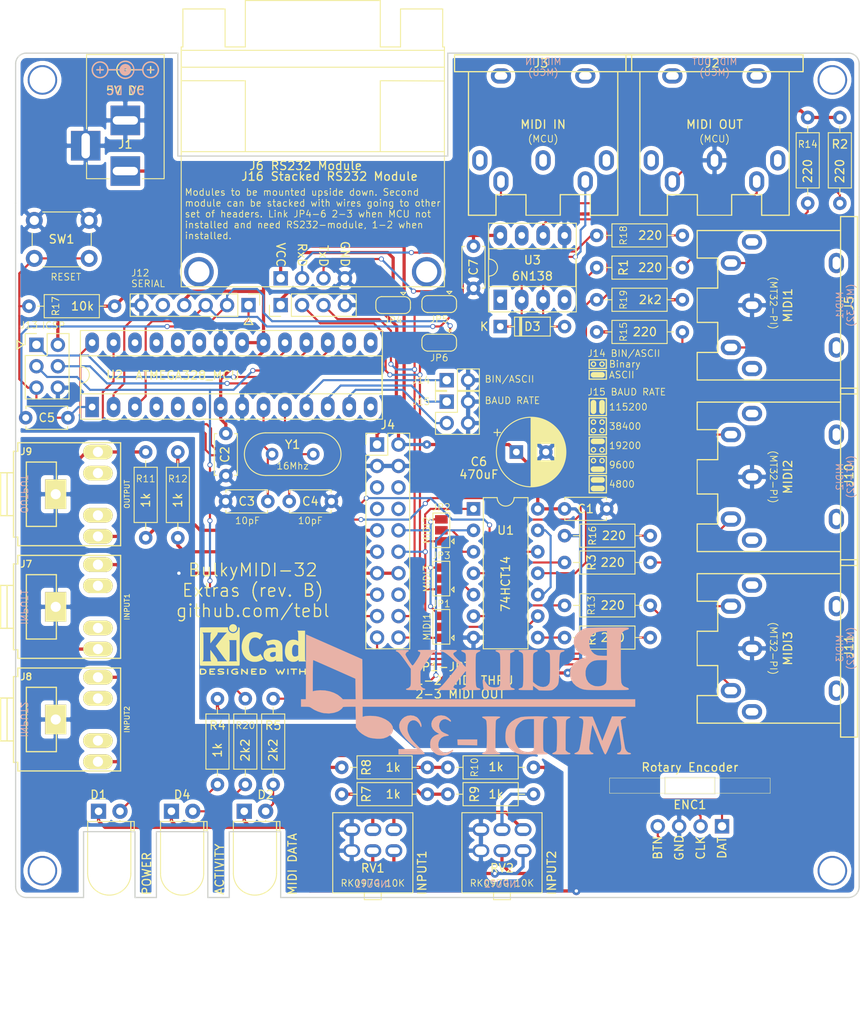
<source format=kicad_pcb>
(kicad_pcb (version 20171130) (host pcbnew "(5.1.8)-1")
  (layers (0 F.Cu signal) (31 B.Cu signal) (34 B.Paste user) (35 F.Paste user) (36 B.SilkS user) (37 F.SilkS user) (38 B.Mask user) (39 F.Mask user) (44 Edge.Cuts user))
  (net 0 "")
  (net 1 GND)
  (net 2 +3V3)
  (net 3 +5V)
  (net 4 "Net-(J2-Pad5)")
  (net 5 "Net-(J2-Pad4)")
  (net 6 "Net-(J5-Pad5)")
  (net 7 "Net-(J5-Pad4)")
  (net 8 "Net-(R6-Pad2)")
  (net 9 SW_ENC)
  (net 10 SW_UP)
  (net 11 SW_DOWN)
  (net 12 GNDA)
  (net 13 A_LEFT)
  (net 14 A_RIGHT)
  (net 15 "Net-(J10-Pad5)")
  (net 16 "Net-(J10-Pad4)")
  (net 17 "Net-(J11-Pad5)")
  (net 18 "Net-(J11-Pad4)")
  (net 19 "Net-(R3-Pad2)")
  (net 20 "Net-(R5-Pad2)")
  (net 21 /RIGHT)
  (net 22 /LEFT)
  (net 23 "Net-(R13-Pad2)")
  (net 24 MIDI_OUT)
  (net 25 "Net-(JP1-Pad2)")
  (net 26 "Net-(JP2-Pad2)")
  (net 27 "Net-(JP3-Pad2)")
  (net 28 "Net-(D1-Pad2)")
  (net 29 "Net-(D2-Pad2)")
  (net 30 /I1_R)
  (net 31 /I1_L)
  (net 32 /I2_L)
  (net 33 /I2_R)
  (net 34 "Net-(R7-Pad2)")
  (net 35 "Net-(R8-Pad1)")
  (net 36 "Net-(R9-Pad2)")
  (net 37 "Net-(R10-Pad1)")
  (net 38 /XTAL1)
  (net 39 /XTAL2)
  (net 40 /~RESET)
  (net 41 "Net-(C5-Pad1)")
  (net 42 "Net-(D3-Pad1)")
  (net 43 "Net-(D3-Pad2)")
  (net 44 "Net-(J3-Pad4)")
  (net 45 "Net-(J13-Pad1)")
  (net 46 "Net-(J13-Pad4)")
  (net 47 "Net-(J14-Pad1)")
  (net 48 "Net-(J15-Pad1)")
  (net 49 "Net-(J15-Pad3)")
  (net 50 "Net-(R19-Pad2)")
  (net 51 "Net-(U1-Pad10)")
  (net 52 MIDI_IN)
  (net 53 "Net-(J6-Pad3)")
  (net 54 "Net-(J6-Pad2)")
  (net 55 "Net-(J6-Pad1)")
  (net 56 PI_RX)
  (net 57 PI_TX)
  (net 58 MCU_TX)
  (net 59 MCU_RX)
  (net 60 MIDI_OUTn)
  (net 61 MIDI_THRUn)
  (net 62 "Net-(D4-Pad2)")
  (net 63 MCU_LED)
  (module "RS232_Module:RS232 Module" (layer B.Cu) (at 105.41 81.28 180)
    (fp_text reference J6 (at 5.715 13.335 180) (layer F.SilkS) (effects (justify right)))
    (fp_text value "RS232 Module" (at 5.08 13.335 180) (layer F.SilkS) (effects (justify left)))
    (fp_text user GND (at -3.81 1.27 270 unlocked) (layer F.SilkS) (effects (justify right)))
    (fp_text user TxD (at -1.27 1.27 270 unlocked) (layer F.SilkS) (effects (justify right)))
    (fp_text user RxD (at 1.27 1.27 270 unlocked) (layer F.SilkS) (effects (justify right)))
    (fp_text user VCC (at 3.81 1.27 270 unlocked) (layer F.SilkS) (effects (justify right)))
    (pad "" np_thru_hole circle (at -13.5 0.762) (size 3.5 3.5) (drill 2.5) (layers *.Cu *.Mask))
    (pad "" np_thru_hole circle (at 13.5 0.762 180) (size 3.5 3.5) (drill 2.5) (layers *.Cu *.Mask))
    (pad 4 thru_hole circle (at -3.81 0 180) (size 1.7 1.7) (drill 1) (layers *.Cu *.Mask) (net 1 GND))
    (pad 3 thru_hole circle (at -1.27 0 180) (size 1.7 1.7) (drill 1) (layers *.Cu *.Mask) (net 53 "Net-(J6-Pad3)"))
    (pad 2 thru_hole circle (at 1.27 0 180) (size 1.7 1.7) (drill 1) (layers *.Cu *.Mask) (net 54 "Net-(J6-Pad2)"))
    (pad 1 thru_hole rect (at 3.81 0 180) (size 1.7 1.7) (drill 1) (layers *.Cu *.Mask) (net 55 "Net-(J6-Pad1)"))
  )
  (module Crystal:Crystal_HC49-4H_Vertical (layer F.Cu) (at 100.584 102.108)
    (fp_text reference Y1 (at 2.44 -1.143) (layer F.SilkS))
    (fp_text value 16Mhz (at 2.44 1.397) (layer F.SilkS) (effects (font (size 0.8 0.8) (thickness 0.1))))
    (pad 1 thru_hole circle (at 0 0) (size 1.5 1.5) (drill 0.8) (layers *.Cu *.Mask) (net 38 /XTAL1))
    (pad 2 thru_hole circle (at 4.88 0) (size 1.5 1.5) (drill 0.8) (layers *.Cu *.Mask) (net 39 /XTAL2))
  )
  (module Capacitor_THT:C_Disc_D4.7mm_W2.5mm_P5.00mm (layer F.Cu) (at 135.255 108.585)
    (fp_text reference C1 (at 2.5 0) (layer F.SilkS))
    (fp_text value 100nF)
    (pad 1 thru_hole circle (at 0 0) (size 1.6 1.6) (drill 0.8) (layers *.Cu *.Mask) (net 3 +5V))
    (pad 2 thru_hole circle (at 5 0) (size 1.6 1.6) (drill 0.8) (layers *.Cu *.Mask) (net 1 GND))
  )
  (module RK097G:RK097G (layer F.Cu) (at 127.838 146.566 270)
    (fp_text reference RV2 (at 4.572 0) (layer F.SilkS))
    (fp_text value "RK097G 10K" (at 6.35 0) (layer F.SilkS) (effects (font (size 0.8 0.8) (thickness 0.1))))
    (pad 3 thru_hole oval (at 2.5 -2.5 270) (size 1.524 2) (drill oval 0.762 1.4) (layers *.Cu *.Mask) (net 32 /I2_L))
    (pad 2 thru_hole oval (at 2.5 0 270) (size 1.524 2) (drill oval 0.762 1.4) (layers *.Cu *.Mask) (net 37 "Net-(R10-Pad1)"))
    (pad 1 thru_hole oval (at 2.5 2.5 270) (size 1.524 2) (drill oval 1 1.4) (layers *.Cu *.Mask) (net 12 GNDA))
    (pad 6 thru_hole oval (at 0 -2.5 270) (size 1.524 2) (drill oval 0.762 1.4) (layers *.Cu *.Mask) (net 33 /I2_R))
    (pad 5 thru_hole oval (at 0 0 270) (size 1.524 2) (drill oval 0.762 1.4) (layers *.Cu *.Mask) (net 36 "Net-(R9-Pad2)"))
    (pad 4 thru_hole oval (at 0 2.5 270) (size 1.524 2) (drill oval 0.762 1.4) (layers *.Cu *.Mask) (net 12 GNDA))
  )
  (module RK097G:RK097G (layer F.Cu) (at 112.522 146.566 270)
    (fp_text reference RV1 (at 4.572 0) (layer F.SilkS))
    (fp_text value "RK097G 10K" (at 6.35 0) (layer F.SilkS) (effects (font (size 0.8 0.8) (thickness 0.1))))
    (pad 3 thru_hole oval (at 2.5 -2.5 270) (size 1.524 2) (drill oval 0.762 1.4) (layers *.Cu *.Mask) (net 31 /I1_L))
    (pad 2 thru_hole oval (at 2.5 0 270) (size 1.524 2) (drill oval 0.762 1.4) (layers *.Cu *.Mask) (net 35 "Net-(R8-Pad1)"))
    (pad 1 thru_hole oval (at 2.5 2.5 270) (size 1.524 2) (drill oval 1 1.4) (layers *.Cu *.Mask) (net 12 GNDA))
    (pad 6 thru_hole oval (at 0 -2.5 270) (size 1.524 2) (drill oval 0.762 1.4) (layers *.Cu *.Mask) (net 30 /I1_R))
    (pad 5 thru_hole oval (at 0 0 270) (size 1.524 2) (drill oval 0.762 1.4) (layers *.Cu *.Mask) (net 34 "Net-(R7-Pad2)"))
    (pad 4 thru_hole oval (at 0 2.5 270) (size 1.524 2) (drill oval 0.762 1.4) (layers *.Cu *.Mask) (net 12 GNDA))
  )
  (module artwork:BulkyMIDI-32 (layer B.Cu) (at 123.825 130.175 180)
    (fp_text reference G*** hide)
    (fp_text value LOGO hide)
  )
  (module BulkyMIDI-32:DIN5_MIDI (layer F.Cu) (at 132.715 67.31 180)
    (fp_text reference J3 (at 0.25 11.5 180) (layer F.SilkS))
    (fp_text value "MIDI IN" (at 0 4.25 180) (layer F.SilkS))
    (pad 2 thru_hole oval (at 0 0 180) (size 1.8 2.4) (drill oval 0.9 1.5) (layers *.Cu *.Mask))
    (pad "" np_thru_hole oval (at 5 10 180) (size 2.4 1.8) (drill oval 1.5 0.9) (layers *.Cu *.Mask))
    (pad "" np_thru_hole oval (at -5 10 180) (size 2.4 1.8) (drill oval 1.5 0.9) (layers *.Cu *.Mask))
    (pad 1 thru_hole oval (at 7.5 0 180) (size 1.8 2.4) (drill oval 0.9 1.5) (layers *.Cu *.Mask))
    (pad 3 thru_hole oval (at -7.5 0 180) (size 1.8 2.4) (drill oval 0.9 1.5) (layers *.Cu *.Mask))
    (pad 4 thru_hole oval (at 5 -2.5 180) (size 1.8 2.4) (drill oval 0.9 1.5) (layers *.Cu *.Mask) (net 44 "Net-(J3-Pad4)"))
    (pad 5 thru_hole oval (at -5 -2.5 180) (size 1.8 2.4) (drill oval 0.9 1.5) (layers *.Cu *.Mask) (net 43 "Net-(D3-Pad2)"))
  )
  (module BulkyMIDI-32:DIN5_MIDI (layer F.Cu) (at 153.035 67.31 180)
    (fp_text reference J2 (at 0.25 11.5 180) (layer F.SilkS))
    (fp_text value "MIDI OUT" (at 0 4.25 180) (layer F.SilkS))
    (pad 2 thru_hole oval (at 0 0 180) (size 1.8 2.4) (drill oval 0.9 1.5) (layers *.Cu *.Mask) (net 1 GND))
    (pad "" np_thru_hole oval (at 5 10 180) (size 2.4 1.8) (drill oval 1.5 0.9) (layers *.Cu *.Mask))
    (pad "" np_thru_hole oval (at -5 10 180) (size 2.4 1.8) (drill oval 1.5 0.9) (layers *.Cu *.Mask))
    (pad 1 thru_hole oval (at 7.5 0 180) (size 1.8 2.4) (drill oval 0.9 1.5) (layers *.Cu *.Mask))
    (pad 3 thru_hole oval (at -7.5 0 180) (size 1.8 2.4) (drill oval 0.9 1.5) (layers *.Cu *.Mask))
    (pad 4 thru_hole oval (at 5 -2.5 180) (size 1.8 2.4) (drill oval 0.9 1.5) (layers *.Cu *.Mask) (net 5 "Net-(J2-Pad4)"))
    (pad 5 thru_hole oval (at -5 -2.5 180) (size 1.8 2.4) (drill oval 0.9 1.5) (layers *.Cu *.Mask) (net 4 "Net-(J2-Pad5)"))
  )
  (module BulkyMIDI-32:PWR_Specification (layer F.Cu) (at 83.185 56.515)
    (fp_text reference SYM1 hide)
    (fp_text value DC_5V)
    (fp_text user + (at -3 0 180) (layer B.SilkS))
    (fp_text user - (at 3 0 180) (layer B.SilkS))
    (fp_text user - (at -3 0) (layer F.SilkS))
    (fp_text user + (at 3 0) (layer F.SilkS))
  )
  (module mounting:M3 (layer F.Cu) (at 73.355 151.435)
    (fp_text reference M1 hide)
    (fp_text value Mounting hide)
    (pad "" np_thru_hole circle (at 0 0) (size 3.5 3.5) (drill 3.048) (layers *.Cu *.Mask))
  )
  (module mounting:M3 (layer F.Cu) (at 167.005 57.785)
    (fp_text reference M3 hide)
    (fp_text value Mounting hide)
    (pad "" np_thru_hole circle (at 0 0) (size 3.5 3.5) (drill 3.048) (layers *.Cu *.Mask))
  )
  (module mounting:M3 (layer F.Cu) (at 73.355 57.785)
    (fp_text reference M4 hide)
    (fp_text value Mounting hide)
    (pad "" np_thru_hole circle (at 0 0) (size 3.5 3.5) (drill 3.048) (layers *.Cu *.Mask))
  )
  (module Symbols:KiCad-Logo2_6mm_SilkScreen (layer F.Cu) (at 98.298 125.222)
    (fp_text reference REF*** hide)
    (fp_text value KiCad-Logo2_6mm_SilkScreen hide)
  )
  (module Connectors:BARREL_JACK (layer F.Cu) (at 83.185 68.58 270)
    (fp_text reference J1 (at -3.175 0) (layer F.SilkS))
    (fp_text value "DC IN")
    (pad 3 thru_hole rect (at -3 4.7 270) (size 3.5 3.5) (drill oval 3 1) (layers *.Cu *.Mask) (net 1 GND))
    (pad 2 thru_hole rect (at -6 0 270) (size 3.5 3.5) (drill oval 1 3) (layers *.Cu *.Mask) (net 1 GND))
    (pad 1 thru_hole rect (at 0 0 270) (size 3.5 3.5) (drill oval 1 3) (layers *.Cu *.Mask) (net 3 +5V))
  )
  (module Capacitor_THT:CP_Radial_D8.0mm_P3.50mm (layer F.Cu) (at 129.54 101.854)
    (fp_text reference C6 (at -4.445 1.143) (layer F.SilkS))
    (fp_text value 470uF (at -4.445 2.667) (layer F.SilkS))
    (pad 1 thru_hole rect (at 0 0) (size 1.6 1.6) (drill 0.8) (layers *.Cu *.Mask) (net 3 +5V))
    (pad 2 thru_hole circle (at 3.5 0) (size 1.6 1.6) (drill 0.8) (layers *.Cu *.Mask) (net 1 GND))
  )
  (module Resistor_THT:R_Axial_DIN0207_L6.3mm_D2.5mm_P10.16mm_Horizontal (layer F.Cu) (at 167.894 62.23 270)
    (fp_text reference R2 (at 3.175 0) (layer F.SilkS))
    (fp_text value 220 (at 6.35 0 90) (layer F.SilkS))
    (pad 1 thru_hole circle (at 0 0 270) (size 1.6 1.6) (drill 0.8) (layers *.Cu *.Mask) (net 3 +5V))
    (pad 2 thru_hole oval (at 10.16 0 270) (size 1.6 1.6) (drill 0.8) (layers *.Cu *.Mask) (net 5 "Net-(J2-Pad4)"))
  )
  (module Connector_PinHeader_2.54mm:PinHeader_2x10_P2.54mm_Vertical (layer F.Cu) (at 113.03 100.965)
    (fp_text reference J4 (at 1.27 -2.33) (layer F.SilkS))
    (fp_text value Conn_Extras)
    (pad 1 thru_hole rect (at 0 0) (size 1.7 1.7) (drill 1) (layers *.Cu *.Mask) (net 2 +3V3))
    (pad 2 thru_hole oval (at 2.54 0) (size 1.7 1.7) (drill 1) (layers *.Cu *.Mask) (net 3 +5V))
    (pad 3 thru_hole oval (at 0 2.54) (size 1.7 1.7) (drill 1) (layers *.Cu *.Mask) (net 1 GND))
    (pad 4 thru_hole oval (at 2.54 2.54) (size 1.7 1.7) (drill 1) (layers *.Cu *.Mask) (net 1 GND))
    (pad 5 thru_hole oval (at 0 5.08) (size 1.7 1.7) (drill 1) (layers *.Cu *.Mask))
    (pad 6 thru_hole oval (at 2.54 5.08) (size 1.7 1.7) (drill 1) (layers *.Cu *.Mask))
    (pad 7 thru_hole oval (at 0 7.62) (size 1.7 1.7) (drill 1) (layers *.Cu *.Mask))
    (pad 8 thru_hole oval (at 2.54 7.62) (size 1.7 1.7) (drill 1) (layers *.Cu *.Mask))
    (pad 9 thru_hole oval (at 0 10.16) (size 1.7 1.7) (drill 1) (layers *.Cu *.Mask) (net 14 A_RIGHT))
    (pad 10 thru_hole oval (at 2.54 10.16) (size 1.7 1.7) (drill 1) (layers *.Cu *.Mask) (net 60 MIDI_OUTn))
    (pad 11 thru_hole oval (at 0 12.7) (size 1.7 1.7) (drill 1) (layers *.Cu *.Mask) (net 13 A_LEFT))
    (pad 12 thru_hole oval (at 2.54 12.7) (size 1.7 1.7) (drill 1) (layers *.Cu *.Mask) (net 61 MIDI_THRUn))
    (pad 13 thru_hole oval (at 0 15.24) (size 1.7 1.7) (drill 1) (layers *.Cu *.Mask) (net 12 GNDA))
    (pad 14 thru_hole oval (at 2.54 15.24) (size 1.7 1.7) (drill 1) (layers *.Cu *.Mask) (net 12 GNDA))
    (pad 15 thru_hole oval (at 0 17.78) (size 1.7 1.7) (drill 1) (layers *.Cu *.Mask) (net 11 SW_DOWN))
    (pad 16 thru_hole oval (at 2.54 17.78) (size 1.7 1.7) (drill 1) (layers *.Cu *.Mask))
    (pad 17 thru_hole oval (at 0 20.32) (size 1.7 1.7) (drill 1) (layers *.Cu *.Mask) (net 10 SW_UP))
    (pad 18 thru_hole oval (at 2.54 20.32) (size 1.7 1.7) (drill 1) (layers *.Cu *.Mask) (net 56 PI_RX))
    (pad 19 thru_hole oval (at 0 22.86) (size 1.7 1.7) (drill 1) (layers *.Cu *.Mask) (net 9 SW_ENC))
    (pad 20 thru_hole oval (at 2.54 22.86) (size 1.7 1.7) (drill 1) (layers *.Cu *.Mask) (net 57 PI_TX))
  )
  (module BulkyMIDI-32:DIN5_MIDI (layer F.Cu) (at 157.48 84.471 90)
    (fp_text reference J5 (at 0.25 11.5 -90) (layer F.SilkS))
    (fp_text value MIDI1 (at 0 4.25 -90) (layer F.SilkS))
    (pad 2 thru_hole oval (at 0 0 90) (size 1.8 2.4) (drill oval 0.9 1.5) (layers *.Cu *.Mask) (net 1 GND))
    (pad "" np_thru_hole oval (at 5 10 90) (size 2.4 1.8) (drill oval 1.5 0.9) (layers *.Cu *.Mask))
    (pad "" np_thru_hole oval (at -5 10 90) (size 2.4 1.8) (drill oval 1.5 0.9) (layers *.Cu *.Mask))
    (pad 1 thru_hole oval (at 7.5 0 90) (size 1.8 2.4) (drill oval 0.9 1.5) (layers *.Cu *.Mask))
    (pad 3 thru_hole oval (at -7.5 0 90) (size 1.8 2.4) (drill oval 0.9 1.5) (layers *.Cu *.Mask))
    (pad 4 thru_hole oval (at 5 -2.5 90) (size 1.8 2.4) (drill oval 0.9 1.5) (layers *.Cu *.Mask) (net 7 "Net-(J5-Pad4)"))
    (pad 5 thru_hole oval (at -5 -2.5 90) (size 1.8 2.4) (drill oval 0.9 1.5) (layers *.Cu *.Mask) (net 6 "Net-(J5-Pad5)"))
  )
  (module BulkyMIDI-32:DIN5_MIDI (layer F.Cu) (at 157.48 104.791 90)
    (fp_text reference J10 (at 0.25 11.5 -90) (layer F.SilkS))
    (fp_text value MIDI2 (at 0 4.25 -90) (layer F.SilkS))
    (pad 5 thru_hole oval (at -5 -2.5 90) (size 1.8 2.4) (drill oval 0.9 1.5) (layers *.Cu *.Mask) (net 15 "Net-(J10-Pad5)"))
    (pad 4 thru_hole oval (at 5 -2.5 90) (size 1.8 2.4) (drill oval 0.9 1.5) (layers *.Cu *.Mask) (net 16 "Net-(J10-Pad4)"))
    (pad 3 thru_hole oval (at -7.5 0 90) (size 1.8 2.4) (drill oval 0.9 1.5) (layers *.Cu *.Mask))
    (pad 1 thru_hole oval (at 7.5 0 90) (size 1.8 2.4) (drill oval 0.9 1.5) (layers *.Cu *.Mask))
    (pad "" np_thru_hole oval (at -5 10 90) (size 2.4 1.8) (drill oval 1.5 0.9) (layers *.Cu *.Mask))
    (pad "" np_thru_hole oval (at 5 10 90) (size 2.4 1.8) (drill oval 1.5 0.9) (layers *.Cu *.Mask))
    (pad 2 thru_hole oval (at 0 0 90) (size 1.8 2.4) (drill oval 0.9 1.5) (layers *.Cu *.Mask) (net 1 GND))
  )
  (module BulkyMIDI-32:DIN5_MIDI (layer F.Cu) (at 157.48 125.111 90)
    (fp_text reference J11 (at 0.25 11.5 -90) (layer F.SilkS))
    (fp_text value MIDI3 (at 0 4.25 -90) (layer F.SilkS))
    (pad 5 thru_hole oval (at -5 -2.5 90) (size 1.8 2.4) (drill oval 0.9 1.5) (layers *.Cu *.Mask) (net 17 "Net-(J11-Pad5)"))
    (pad 4 thru_hole oval (at 5 -2.5 90) (size 1.8 2.4) (drill oval 0.9 1.5) (layers *.Cu *.Mask) (net 18 "Net-(J11-Pad4)"))
    (pad 3 thru_hole oval (at -7.5 0 90) (size 1.8 2.4) (drill oval 0.9 1.5) (layers *.Cu *.Mask))
    (pad 1 thru_hole oval (at 7.5 0 90) (size 1.8 2.4) (drill oval 0.9 1.5) (layers *.Cu *.Mask))
    (pad "" np_thru_hole oval (at -5 10 90) (size 2.4 1.8) (drill oval 1.5 0.9) (layers *.Cu *.Mask))
    (pad "" np_thru_hole oval (at 5 10 90) (size 2.4 1.8) (drill oval 1.5 0.9) (layers *.Cu *.Mask))
    (pad 2 thru_hole oval (at 0 0 90) (size 1.8 2.4) (drill oval 0.9 1.5) (layers *.Cu *.Mask) (net 1 GND))
  )
  (module Resistor_THT:R_Axial_DIN0207_L6.3mm_D2.5mm_P10.16mm_Horizontal (layer F.Cu) (at 149.225 80.01 180)
    (fp_text reference R1 (at 6.985 0 270) (layer F.SilkS))
    (fp_text value 220 (at 3.81 0) (layer F.SilkS))
    (pad 1 thru_hole circle (at 0 0 180) (size 1.6 1.6) (drill 0.8) (layers *.Cu *.Mask) (net 4 "Net-(J2-Pad5)"))
    (pad 2 thru_hole oval (at 10.16 0 180) (size 1.6 1.6) (drill 0.8) (layers *.Cu *.Mask) (net 24 MIDI_OUT))
  )
  (module Resistor_THT:R_Axial_DIN0207_L6.3mm_D2.5mm_P10.16mm_Horizontal (layer F.Cu) (at 145.415 114.935 180)
    (fp_text reference R3 (at 6.985 0 90) (layer F.SilkS))
    (fp_text value 220 (at 4.445 0) (layer F.SilkS))
    (pad 2 thru_hole oval (at 10.16 0 180) (size 1.6 1.6) (drill 0.8) (layers *.Cu *.Mask) (net 19 "Net-(R3-Pad2)"))
    (pad 1 thru_hole circle (at 0 0 180) (size 1.6 1.6) (drill 0.8) (layers *.Cu *.Mask) (net 15 "Net-(J10-Pad5)"))
  )
  (module Resistor_THT:R_Axial_DIN0207_L6.3mm_D2.5mm_P10.16mm_Horizontal (layer F.Cu) (at 94.107 141.224 90)
    (fp_text reference R4 (at 6.985 0) (layer F.SilkS))
    (fp_text value 1k (at 4.064 0 90) (layer F.SilkS))
    (pad 2 thru_hole oval (at 10.16 0 90) (size 1.6 1.6) (drill 0.8) (layers *.Cu *.Mask) (net 3 +5V))
    (pad 1 thru_hole circle (at 0 0 90) (size 1.6 1.6) (drill 0.8) (layers *.Cu *.Mask) (net 28 "Net-(D1-Pad2)"))
  )
  (module Resistor_THT:R_Axial_DIN0207_L6.3mm_D2.5mm_P10.16mm_Horizontal (layer F.Cu) (at 100.711 141.224 90)
    (fp_text reference R5 (at 6.985 0) (layer F.SilkS))
    (fp_text value 2k2 (at 4.064 0 90) (layer F.SilkS))
    (pad 1 thru_hole circle (at 0 0 90) (size 1.6 1.6) (drill 0.8) (layers *.Cu *.Mask) (net 29 "Net-(D2-Pad2)"))
    (pad 2 thru_hole oval (at 10.16 0 90) (size 1.6 1.6) (drill 0.8) (layers *.Cu *.Mask) (net 20 "Net-(R5-Pad2)"))
  )
  (module Resistor_THT:R_Axial_DIN0207_L6.3mm_D2.5mm_P10.16mm_Horizontal (layer F.Cu) (at 145.415 123.825 180)
    (fp_text reference R6 (at 6.985 0 90) (layer F.SilkS))
    (fp_text value 220 (at 4.445 0) (layer F.SilkS))
    (pad 2 thru_hole oval (at 10.16 0 180) (size 1.6 1.6) (drill 0.8) (layers *.Cu *.Mask) (net 8 "Net-(R6-Pad2)"))
    (pad 1 thru_hole circle (at 0 0 180) (size 1.6 1.6) (drill 0.8) (layers *.Cu *.Mask) (net 6 "Net-(J5-Pad5)"))
  )
  (module Resistor_THT:R_Axial_DIN0207_L6.3mm_D2.5mm_P10.16mm_Horizontal (layer F.Cu) (at 118.999 142.375 180)
    (fp_text reference R7 (at 7.239 0 90) (layer F.SilkS))
    (fp_text value 1k (at 4.064 0) (layer F.SilkS))
    (pad 1 thru_hole circle (at 0 0 180) (size 1.6 1.6) (drill 0.8) (layers *.Cu *.Mask) (net 21 /RIGHT))
    (pad 2 thru_hole oval (at 10.16 0 180) (size 1.6 1.6) (drill 0.8) (layers *.Cu *.Mask) (net 34 "Net-(R7-Pad2)"))
  )
  (module Resistor_THT:R_Axial_DIN0207_L6.3mm_D2.5mm_P10.16mm_Horizontal (layer F.Cu) (at 108.839 139.2)
    (fp_text reference R8 (at 2.921 0 90) (layer F.SilkS))
    (fp_text value 1k (at 6.096 0) (layer F.SilkS))
    (pad 1 thru_hole circle (at 0 0) (size 1.6 1.6) (drill 0.8) (layers *.Cu *.Mask) (net 35 "Net-(R8-Pad1)"))
    (pad 2 thru_hole oval (at 10.16 0) (size 1.6 1.6) (drill 0.8) (layers *.Cu *.Mask) (net 22 /LEFT))
  )
  (module Resistor_THT:R_Axial_DIN0207_L6.3mm_D2.5mm_P10.16mm_Horizontal (layer F.Cu) (at 121.412 142.375)
    (fp_text reference R9 (at 3.175 0 90) (layer F.SilkS))
    (fp_text value 1k (at 5.715 0) (layer F.SilkS))
    (pad 2 thru_hole oval (at 10.16 0) (size 1.6 1.6) (drill 0.8) (layers *.Cu *.Mask) (net 36 "Net-(R9-Pad2)"))
    (pad 1 thru_hole circle (at 0 0) (size 1.6 1.6) (drill 0.8) (layers *.Cu *.Mask) (net 21 /RIGHT))
  )
  (module Resistor_THT:R_Axial_DIN0207_L6.3mm_D2.5mm_P10.16mm_Horizontal (layer F.Cu) (at 131.572 139.2 180)
    (fp_text reference R10 (at 6.985 0 90) (layer F.SilkS) (effects (font (size 0.8 0.8) (thickness 0.1))))
    (fp_text value 1k (at 4.445 0.057999) (layer F.SilkS))
    (pad 2 thru_hole oval (at 10.16 0 180) (size 1.6 1.6) (drill 0.8) (layers *.Cu *.Mask) (net 22 /LEFT))
    (pad 1 thru_hole circle (at 0 0 180) (size 1.6 1.6) (drill 0.8) (layers *.Cu *.Mask) (net 37 "Net-(R10-Pad1)"))
  )
  (module Resistor_THT:R_Axial_DIN0207_L6.3mm_D2.5mm_P10.16mm_Horizontal (layer F.Cu) (at 85.598 101.848999 270)
    (fp_text reference R11 (at 3.175 0) (layer F.SilkS) (effects (font (size 0.8 0.8) (thickness 0.1))))
    (fp_text value 1k (at 5.715 0 90) (layer F.SilkS))
    (pad 1 thru_hole circle (at 0 0 270) (size 1.6 1.6) (drill 0.8) (layers *.Cu *.Mask) (net 21 /RIGHT))
    (pad 2 thru_hole oval (at 10.16 0 270) (size 1.6 1.6) (drill 0.8) (layers *.Cu *.Mask) (net 14 A_RIGHT))
  )
  (module Resistor_THT:R_Axial_DIN0207_L6.3mm_D2.5mm_P10.16mm_Horizontal (layer F.Cu) (at 89.408 112.014 90)
    (fp_text reference R12 (at 6.985 0) (layer F.SilkS) (effects (font (size 0.8 0.8) (thickness 0.1))))
    (fp_text value 1k (at 4.450001 0 90) (layer F.SilkS))
    (pad 2 thru_hole oval (at 10.16 0 90) (size 1.6 1.6) (drill 0.8) (layers *.Cu *.Mask) (net 22 /LEFT))
    (pad 1 thru_hole circle (at 0 0 90) (size 1.6 1.6) (drill 0.8) (layers *.Cu *.Mask) (net 13 A_LEFT))
  )
  (module Resistor_THT:R_Axial_DIN0207_L6.3mm_D2.5mm_P10.16mm_Horizontal (layer F.Cu) (at 145.415 120.015 180)
    (fp_text reference R13 (at 6.985 0 90) (layer F.SilkS) (effects (font (size 0.8 0.8) (thickness 0.1))))
    (fp_text value 220 (at 4.445 0) (layer F.SilkS))
    (pad 1 thru_hole circle (at 0 0 180) (size 1.6 1.6) (drill 0.8) (layers *.Cu *.Mask) (net 17 "Net-(J11-Pad5)"))
    (pad 2 thru_hole oval (at 10.16 0 180) (size 1.6 1.6) (drill 0.8) (layers *.Cu *.Mask) (net 23 "Net-(R13-Pad2)"))
  )
  (module Resistor_THT:R_Axial_DIN0207_L6.3mm_D2.5mm_P10.16mm_Horizontal (layer F.Cu) (at 164.084 62.23 270)
    (fp_text reference R14 (at 3.175 0 180) (layer F.SilkS) (effects (font (size 0.8 0.8) (thickness 0.1))))
    (fp_text value 220 (at 6.35 0 90) (layer F.SilkS))
    (fp_text user %R (at 3.175 0 180) (layer F.SilkS) (effects (font (size 0.8 0.8) (thickness 0.1))))
    (pad 1 thru_hole circle (at 0 0 270) (size 1.6 1.6) (drill 0.8) (layers *.Cu *.Mask) (net 3 +5V))
    (pad 2 thru_hole oval (at 10.16 0 270) (size 1.6 1.6) (drill 0.8) (layers *.Cu *.Mask) (net 7 "Net-(J5-Pad4)"))
  )
  (module Resistor_THT:R_Axial_DIN0207_L6.3mm_D2.5mm_P10.16mm_Horizontal (layer F.Cu) (at 139.065 87.63)
    (fp_text reference R15 (at 3.175 0 90) (layer F.SilkS) (effects (font (size 0.8 0.8) (thickness 0.1))))
    (fp_text value 220 (at 5.715 0) (layer F.SilkS))
    (pad 2 thru_hole oval (at 10.16 0) (size 1.6 1.6) (drill 0.8) (layers *.Cu *.Mask) (net 16 "Net-(J10-Pad4)"))
    (pad 1 thru_hole circle (at 0 0) (size 1.6 1.6) (drill 0.8) (layers *.Cu *.Mask) (net 3 +5V))
  )
  (module Resistor_THT:R_Axial_DIN0207_L6.3mm_D2.5mm_P10.16mm_Horizontal (layer F.Cu) (at 135.255 111.76)
    (fp_text reference R16 (at 3.3147 0 90) (layer F.SilkS) (effects (font (size 0.8 0.8) (thickness 0.1))))
    (fp_text value 220 (at 5.8547 0) (layer F.SilkS))
    (fp_text user %R (at 3.3147 0 90) (layer F.SilkS) (effects (font (size 0.8 0.8) (thickness 0.1))))
    (pad 1 thru_hole circle (at 0 0) (size 1.6 1.6) (drill 0.8) (layers *.Cu *.Mask) (net 3 +5V))
    (pad 2 thru_hole oval (at 10.16 0) (size 1.6 1.6) (drill 0.8) (layers *.Cu *.Mask) (net 18 "Net-(J11-Pad4)"))
  )
  (module Package_DIP:DIP-14_W7.62mm (layer F.Cu) (at 124.46 108.585)
    (fp_text reference U1 (at 3.81 2.54) (layer F.SilkS))
    (fp_text value 74HCT14 (at 3.81 8.89 90) (layer F.SilkS))
    (pad 14 thru_hole oval (at 7.62 0) (size 1.6 1.6) (drill 0.8) (layers *.Cu *.Mask) (net 3 +5V))
    (pad 7 thru_hole oval (at 0 15.24) (size 1.6 1.6) (drill 0.8) (layers *.Cu *.Mask) (net 1 GND))
    (pad 13 thru_hole oval (at 7.62 2.54) (size 1.6 1.6) (drill 0.8) (layers *.Cu *.Mask) (net 51 "Net-(U1-Pad10)"))
    (pad 6 thru_hole oval (at 0 12.7) (size 1.6 1.6) (drill 0.8) (layers *.Cu *.Mask) (net 23 "Net-(R13-Pad2)"))
    (pad 12 thru_hole oval (at 7.62 5.08) (size 1.6 1.6) (drill 0.8) (layers *.Cu *.Mask) (net 52 MIDI_IN))
    (pad 5 thru_hole oval (at 0 10.16) (size 1.6 1.6) (drill 0.8) (layers *.Cu *.Mask) (net 27 "Net-(JP3-Pad2)"))
    (pad 11 thru_hole oval (at 7.62 7.62) (size 1.6 1.6) (drill 0.8) (layers *.Cu *.Mask) (net 50 "Net-(R19-Pad2)"))
    (pad 4 thru_hole oval (at 0 7.62) (size 1.6 1.6) (drill 0.8) (layers *.Cu *.Mask) (net 19 "Net-(R3-Pad2)"))
    (pad 10 thru_hole oval (at 7.62 10.16) (size 1.6 1.6) (drill 0.8) (layers *.Cu *.Mask) (net 51 "Net-(U1-Pad10)"))
    (pad 3 thru_hole oval (at 0 5.08) (size 1.6 1.6) (drill 0.8) (layers *.Cu *.Mask) (net 26 "Net-(JP2-Pad2)"))
    (pad 9 thru_hole oval (at 7.62 12.7) (size 1.6 1.6) (drill 0.8) (layers *.Cu *.Mask) (net 25 "Net-(JP1-Pad2)"))
    (pad 2 thru_hole oval (at 0 2.54) (size 1.6 1.6) (drill 0.8) (layers *.Cu *.Mask) (net 20 "Net-(R5-Pad2)"))
    (pad 8 thru_hole oval (at 7.62 15.24) (size 1.6 1.6) (drill 0.8) (layers *.Cu *.Mask) (net 8 "Net-(R6-Pad2)"))
    (pad 1 thru_hole rect (at 0 0) (size 1.6 1.6) (drill 0.8) (layers *.Cu *.Mask) (net 61 MIDI_THRUn))
  )
  (module audio_jack:Tayda_3.5mm_stereo_TRS_jack_A-853 (layer F.Cu) (at 76.529001 120.188999 90)
    (fp_text reference J7 (at 5.068499 -5.091501 180) (layer F.SilkS) (effects (font (size 0.8 0.8))))
    (fp_text value INPUT1 (at 0 6.858 90) (layer F.SilkS) (effects (font (size 0.6 0.6) (thickness 0.1))))
    (pad 1 thru_hole rect (at 0 -1.596 90) (size 3.5 2.5) (drill 1.2) (layers *.Cu *.Mask F.SilkS) (net 12 GNDA))
    (pad 2 thru_hole oval (at 5 3.41 90) (size 1.75 3.5) (drill 1.2) (layers *.Cu *.Mask F.SilkS) (net 30 /I1_R))
    (pad 5 thru_hole oval (at -5 3.41 90) (size 1.75 3.5) (drill 1.2) (layers *.Cu *.Mask F.SilkS) (net 31 /I1_L))
    (pad 3 thru_hole oval (at 2.5 3.41 90) (size 1.75 3.5) (drill 1.2) (layers *.Cu *.Mask F.SilkS))
    (pad 4 thru_hole oval (at -2.5 3.41 90) (size 1.75 3.5) (drill 1.2) (layers *.Cu *.Mask F.SilkS))
  )
  (module audio_jack:Tayda_3.5mm_stereo_TRS_jack_A-853 (layer F.Cu) (at 76.529001 133.528999 90)
    (fp_text reference J8 (at 5.063499 -5.091501 180) (layer F.SilkS) (effects (font (size 0.8 0.8))))
    (fp_text value INPUT2 (at 0 6.858 90) (layer F.SilkS) (effects (font (size 0.6 0.6) (thickness 0.1))))
    (pad 4 thru_hole oval (at -2.5 3.41 90) (size 1.75 3.5) (drill 1.2) (layers *.Cu *.Mask F.SilkS))
    (pad 3 thru_hole oval (at 2.5 3.41 90) (size 1.75 3.5) (drill 1.2) (layers *.Cu *.Mask F.SilkS))
    (pad 5 thru_hole oval (at -5 3.41 90) (size 1.75 3.5) (drill 1.2) (layers *.Cu *.Mask F.SilkS) (net 32 /I2_L))
    (pad 2 thru_hole oval (at 5 3.41 90) (size 1.75 3.5) (drill 1.2) (layers *.Cu *.Mask F.SilkS) (net 33 /I2_R))
    (pad 1 thru_hole rect (at 0 -1.596 90) (size 3.5 2.5) (drill 1.2) (layers *.Cu *.Mask F.SilkS) (net 12 GNDA))
  )
  (module audio_jack:Tayda_3.5mm_stereo_TRS_jack_A-853 (layer F.Cu) (at 76.529001 106.848999 90)
    (fp_text reference J9 (at 5.058499 -5.091501 180) (layer F.SilkS) (effects (font (size 0.8 0.8))))
    (fp_text value OUTPUT (at 0 6.858 90) (layer F.SilkS) (effects (font (size 0.6 0.6) (thickness 0.1))))
    (pad 1 thru_hole rect (at 0 -1.596 90) (size 3.5 2.5) (drill 1.2) (layers *.Cu *.Mask F.SilkS) (net 12 GNDA))
    (pad 2 thru_hole oval (at 5 3.41 90) (size 1.75 3.5) (drill 1.2) (layers *.Cu *.Mask F.SilkS) (net 21 /RIGHT))
    (pad 5 thru_hole oval (at -5 3.41 90) (size 1.75 3.5) (drill 1.2) (layers *.Cu *.Mask F.SilkS) (net 22 /LEFT))
    (pad 3 thru_hole oval (at 2.5 3.41 90) (size 1.75 3.5) (drill 1.2) (layers *.Cu *.Mask F.SilkS))
    (pad 4 thru_hole oval (at -2.5 3.41 90) (size 1.75 3.5) (drill 1.2) (layers *.Cu *.Mask F.SilkS))
  )
  (module Jumper:SolderJumper-3_P1.3mm_Open_Pad1.0x1.5mm (layer F.Cu) (at 120.65 122.555 90)
    (fp_text reference JP1 (at 2.7305 0 180) (layer F.SilkS) (effects (font (size 0.8 0.8) (thickness 0.1))))
    (fp_text value MIDI1 (at 0 -1.7145 90) (layer F.SilkS) (effects (font (size 0.8 0.8) (thickness 0.1))))
    (pad 3 smd rect (at 1.3 0 90) (size 1 1.5) (layers F.Cu F.Mask) (net 60 MIDI_OUTn))
    (pad 2 smd rect (at 0 0 90) (size 1 1.5) (layers F.Cu F.Mask) (net 25 "Net-(JP1-Pad2)"))
    (pad 1 smd rect (at -1.3 0 90) (size 1 1.5) (layers F.Cu F.Mask) (net 61 MIDI_THRUn))
  )
  (module Jumper:SolderJumper-3_P1.3mm_Open_Pad1.0x1.5mm (layer F.Cu) (at 120.65 111.125 90)
    (fp_text reference JP2 (at 2.7305 0 180) (layer F.SilkS) (effects (font (size 0.8 0.8) (thickness 0.1))))
    (fp_text value MIDI2 (at 0 -1.7145 90) (layer F.SilkS) (effects (font (size 0.8 0.8) (thickness 0.1))))
    (pad 1 smd rect (at -1.3 0 90) (size 1 1.5) (layers F.Cu F.Mask) (net 61 MIDI_THRUn))
    (pad 2 smd rect (at 0 0 90) (size 1 1.5) (layers F.Cu F.Mask) (net 26 "Net-(JP2-Pad2)"))
    (pad 3 smd rect (at 1.3 0 90) (size 1 1.5) (layers F.Cu F.Mask) (net 60 MIDI_OUTn))
  )
  (module Jumper:SolderJumper-3_P1.3mm_Open_Pad1.0x1.5mm (layer F.Cu) (at 120.65 116.84 90)
    (fp_text reference JP3 (at 2.7305 0 180) (layer F.SilkS) (effects (font (size 0.8 0.8) (thickness 0.1))))
    (fp_text value MIDI3 (at 0 -1.7145 90) (layer F.SilkS) (effects (font (size 0.8 0.8) (thickness 0.1))))
    (pad 3 smd rect (at 1.3 0 90) (size 1 1.5) (layers F.Cu F.Mask) (net 60 MIDI_OUTn))
    (pad 2 smd rect (at 0 0 90) (size 1 1.5) (layers F.Cu F.Mask) (net 27 "Net-(JP3-Pad2)"))
    (pad 1 smd rect (at -1.3 0 90) (size 1 1.5) (layers F.Cu F.Mask) (net 61 MIDI_THRUn))
  )
  (module LED_THT:LED_D5.0mm_Horizontal_O1.27mm_Z3.0mm (layer F.Cu) (at 80.01 144.399)
    (fp_text reference D1 (at 0 -1.96) (layer F.SilkS))
    (fp_text value POWER (at 5.715 10.033 90) (layer F.SilkS) (effects (justify left)))
    (pad 1 thru_hole rect (at 0 0) (size 1.8 1.8) (drill 0.9) (layers *.Cu *.Mask) (net 1 GND))
    (pad 2 thru_hole circle (at 2.54 0) (size 1.8 1.8) (drill 0.9) (layers *.Cu *.Mask) (net 28 "Net-(D1-Pad2)"))
  )
  (module LED_THT:LED_D5.0mm_Horizontal_O1.27mm_Z3.0mm (layer F.Cu) (at 97.282 144.399)
    (fp_text reference D2 (at 2.54 -1.96) (layer F.SilkS))
    (fp_text value "MIDI DATA" (at 5.715 10.033 90) (layer F.SilkS) (effects (justify left)))
    (pad 2 thru_hole circle (at 2.54 0) (size 1.8 1.8) (drill 0.9) (layers *.Cu *.Mask) (net 29 "Net-(D2-Pad2)"))
    (pad 1 thru_hole rect (at 0 0) (size 1.8 1.8) (drill 0.9) (layers *.Cu *.Mask) (net 1 GND))
  )
  (module BulkyMIDI-32:Vertical_Rotary_Encoder (layer F.Cu) (at 150.114 146.177)
    (fp_text reference ENC1 (at 0 -2.54 180) (layer F.SilkS))
    (fp_text value "Rotary Encoder" (at 0 -6.985) (layer F.SilkS))
    (fp_text user GND (at -1.27 2.54 90) (layer F.SilkS))
    (fp_text user BTN (at -3.81 2.54 90) (layer F.SilkS))
    (fp_text user DAT (at 3.81 2.54 90) (layer F.SilkS))
    (fp_text user CLK (at 1.27 2.54 90) (layer F.SilkS))
    (pad 4 thru_hole oval (at -3.81 0) (size 1.7 1.7) (drill 1) (layers *.Cu *.Mask) (net 9 SW_ENC))
    (pad 3 thru_hole oval (at -1.27 0) (size 1.7 1.7) (drill 1) (layers *.Cu *.Mask) (net 1 GND))
    (pad 2 thru_hole oval (at 1.27 0) (size 1.7 1.7) (drill 1) (layers *.Cu *.Mask) (net 11 SW_DOWN))
    (pad 1 thru_hole rect (at 3.81 0) (size 1.7 1.7) (drill 1) (layers *.Cu *.Mask) (net 10 SW_UP))
  )
  (module Capacitor_THT:C_Disc_D4.7mm_W2.5mm_P5.00mm (layer F.Cu) (at 95.0976 104.648 90)
    (fp_text reference C2 (at 2.5 -0.1016 90) (layer F.SilkS))
    (fp_text value 100nF)
    (pad 1 thru_hole circle (at 0 0 90) (size 1.6 1.6) (drill 0.8) (layers *.Cu *.Mask) (net 1 GND))
    (pad 2 thru_hole circle (at 5 0 90) (size 1.6 1.6) (drill 0.8) (layers *.Cu *.Mask) (net 3 +5V))
  )
  (module Capacitor_THT:C_Disc_D4.7mm_W2.5mm_P5.00mm (layer F.Cu) (at 100.076 107.696 180)
    (fp_text reference C3 (at 2.5 0) (layer F.SilkS))
    (fp_text value 10pF (at 2.413 -2.286) (layer F.SilkS) (effects (font (size 0.8 0.8) (thickness 0.1))))
    (pad 1 thru_hole circle (at 0 0 180) (size 1.6 1.6) (drill 0.8) (layers *.Cu *.Mask) (net 38 /XTAL1))
    (pad 2 thru_hole circle (at 5 0 180) (size 1.6 1.6) (drill 0.8) (layers *.Cu *.Mask) (net 1 GND))
  )
  (module Capacitor_THT:C_Disc_D4.7mm_W2.5mm_P5.00mm (layer F.Cu) (at 102.616 107.696)
    (fp_text reference C4 (at 2.5 0) (layer F.SilkS))
    (fp_text value 10pF (at 2.5 2.286) (layer F.SilkS) (effects (font (size 0.8 0.8) (thickness 0.1))))
    (pad 2 thru_hole circle (at 5 0) (size 1.6 1.6) (drill 0.8) (layers *.Cu *.Mask) (net 1 GND))
    (pad 1 thru_hole circle (at 0 0) (size 1.6 1.6) (drill 0.8) (layers *.Cu *.Mask) (net 39 /XTAL2))
  )
  (module Capacitor_THT:C_Disc_D4.7mm_W2.5mm_P5.00mm (layer F.Cu) (at 71.374 97.79)
    (fp_text reference C5 (at 2.5 0) (layer F.SilkS))
    (fp_text value 100nF)
    (pad 2 thru_hole circle (at 5 0) (size 1.6 1.6) (drill 0.8) (layers *.Cu *.Mask) (net 40 /~RESET))
    (pad 1 thru_hole circle (at 0 0) (size 1.6 1.6) (drill 0.8) (layers *.Cu *.Mask) (net 41 "Net-(C5-Pad1)"))
  )
  (module Diode_THT:D_DO-35_SOD27_P7.62mm_Horizontal (layer F.Cu) (at 127.635 86.995)
    (fp_text reference D3 (at 3.81 0) (layer F.SilkS))
    (fp_text value 1N4148)
    (fp_text user K (at -1.905 0) (layer F.SilkS))
    (pad 1 thru_hole rect (at 0 0) (size 1.6 1.6) (drill 0.8) (layers *.Cu *.Mask) (net 42 "Net-(D3-Pad1)"))
    (pad 2 thru_hole oval (at 7.62 0) (size 1.6 1.6) (drill 0.8) (layers *.Cu *.Mask) (net 43 "Net-(D3-Pad2)"))
  )
  (module Connector_PinHeader_2.54mm:PinHeader_1x06_P2.54mm_Vertical (layer F.Cu) (at 97.79 84.455 270)
    (fp_text reference J12 (at -3.81 13.97 180) (layer F.SilkS) (effects (font (size 0.8 0.8) (thickness 0.1)) (justify left)))
    (fp_text value SERIAL (at -2.54 13.97 180) (layer F.SilkS) (effects (font (size 0.8 0.8) (thickness 0.1)) (justify left)))
    (pad 1 thru_hole rect (at 0 0 270) (size 1.7 1.7) (drill 1) (layers *.Cu *.Mask) (net 41 "Net-(C5-Pad1)"))
    (pad 2 thru_hole oval (at 0 2.54 270) (size 1.7 1.7) (drill 1) (layers *.Cu *.Mask) (net 58 MCU_TX))
    (pad 3 thru_hole oval (at 0 5.08 270) (size 1.7 1.7) (drill 1) (layers *.Cu *.Mask) (net 59 MCU_RX))
    (pad 4 thru_hole oval (at 0 7.62 270) (size 1.7 1.7) (drill 1) (layers *.Cu *.Mask) (net 3 +5V))
    (pad 5 thru_hole oval (at 0 10.16 270) (size 1.7 1.7) (drill 1) (layers *.Cu *.Mask))
    (pad 6 thru_hole oval (at 0 12.7 270) (size 1.7 1.7) (drill 1) (layers *.Cu *.Mask) (net 1 GND))
  )
  (module Connector_PinHeader_2.54mm:PinHeader_2x03_P2.54mm_Vertical (layer F.Cu) (at 72.644 89.154)
    (fp_text reference J13 (at -0.889 -2.33) (layer F.SilkS) (effects (font (size 0.8 0.8) (thickness 0.1))))
    (fp_text value ICSP (at 2.032 -2.286) (layer F.SilkS) (effects (font (size 0.8 0.8) (thickness 0.1))))
    (pad 1 thru_hole rect (at 0 0) (size 1.7 1.7) (drill 1) (layers *.Cu *.Mask) (net 45 "Net-(J13-Pad1)"))
    (pad 2 thru_hole oval (at 2.54 0) (size 1.7 1.7) (drill 1) (layers *.Cu *.Mask) (net 3 +5V))
    (pad 3 thru_hole oval (at 0 2.54) (size 1.7 1.7) (drill 1) (layers *.Cu *.Mask) (net 63 MCU_LED))
    (pad 4 thru_hole oval (at 2.54 2.54) (size 1.7 1.7) (drill 1) (layers *.Cu *.Mask) (net 46 "Net-(J13-Pad4)"))
    (pad 5 thru_hole oval (at 0 5.08) (size 1.7 1.7) (drill 1) (layers *.Cu *.Mask) (net 40 /~RESET))
    (pad 6 thru_hole oval (at 2.54 5.08) (size 1.7 1.7) (drill 1) (layers *.Cu *.Mask) (net 1 GND))
  )
  (module Connector_PinHeader_2.54mm:PinHeader_1x02_P2.54mm_Vertical (layer F.Cu) (at 121.285 93.345 90)
    (fp_text reference J14 (at 0 -1.905 180) (layer F.SilkS) (effects (font (size 0.8 0.8) (thickness 0.1)) (justify right)))
    (fp_text value BIN/ASCII (at 0.127 4.445 180) (layer F.SilkS) (effects (font (size 0.8 0.8) (thickness 0.1)) (justify left)))
    (pad 1 thru_hole rect (at 0 0 90) (size 1.7 1.7) (drill 1) (layers *.Cu *.Mask) (net 47 "Net-(J14-Pad1)"))
    (pad 2 thru_hole oval (at 0 2.54 90) (size 1.7 1.7) (drill 1) (layers *.Cu *.Mask) (net 1 GND))
  )
  (module Connector_PinHeader_2.54mm:PinHeader_2x02_P2.54mm_Vertical (layer F.Cu) (at 121.285 95.885)
    (fp_text reference J15 (at -1.905 0) (layer F.SilkS) (effects (font (size 0.8 0.8) (thickness 0.1)) (justify right)))
    (fp_text value "BAUD RATE" (at 4.445 -0.127) (layer F.SilkS) (effects (font (size 0.8 0.8) (thickness 0.1)) (justify left)))
    (pad 1 thru_hole rect (at 0 0) (size 1.7 1.7) (drill 1) (layers *.Cu *.Mask) (net 48 "Net-(J15-Pad1)"))
    (pad 2 thru_hole oval (at 2.54 0) (size 1.7 1.7) (drill 1) (layers *.Cu *.Mask) (net 1 GND))
    (pad 3 thru_hole oval (at 0 2.54) (size 1.7 1.7) (drill 1) (layers *.Cu *.Mask) (net 49 "Net-(J15-Pad3)"))
    (pad 4 thru_hole oval (at 2.54 2.54) (size 1.7 1.7) (drill 1) (layers *.Cu *.Mask) (net 1 GND))
  )
  (module Connector_PinHeader_2.54mm:PinHeader_1x04_P2.54mm_Vertical (layer F.Cu) (at 101.6 84.455 90)
    (fp_text reference J16 (at 15.24 -1.905 180) (layer F.SilkS) (effects (justify right)))
    (fp_text value "Stacked RS232 Module" (at 15.24 -1.27 180) (layer F.SilkS) (effects (justify left)))
    (pad 1 thru_hole rect (at 0 0 90) (size 1.7 1.7) (drill 1) (layers *.Cu *.Mask) (net 2 +3V3))
    (pad 2 thru_hole oval (at 0 2.54 90) (size 1.7 1.7) (drill 1) (layers *.Cu *.Mask) (net 57 PI_TX))
    (pad 3 thru_hole oval (at 0 5.08 90) (size 1.7 1.7) (drill 1) (layers *.Cu *.Mask) (net 56 PI_RX))
    (pad 4 thru_hole oval (at 0 7.62 90) (size 1.7 1.7) (drill 1) (layers *.Cu *.Mask) (net 1 GND))
  )
  (module mounting:M3 (layer F.Cu) (at 167.005 151.435)
    (fp_text reference M2 hide)
    (fp_text value Mounting hide)
    (pad "" np_thru_hole circle (at 0 0) (size 3.5 3.5) (drill 3.048) (layers *.Cu *.Mask))
  )
  (module Resistor_THT:R_Axial_DIN0207_L6.3mm_D2.5mm_P10.16mm_Horizontal (layer F.Cu) (at 81.915 84.582 180)
    (fp_text reference R17 (at 6.985 0 270) (layer F.SilkS) (effects (font (size 0.8 0.8) (thickness 0.1))))
    (fp_text value 10k (at 3.81 0) (layer F.SilkS))
    (fp_text user %R (at 6.985 0 270) (layer F.SilkS) (effects (font (size 0.8 0.8) (thickness 0.1))))
    (pad 1 thru_hole circle (at 0 0 180) (size 1.6 1.6) (drill 0.8) (layers *.Cu *.Mask) (net 3 +5V))
    (pad 2 thru_hole oval (at 10.16 0 180) (size 1.6 1.6) (drill 0.8) (layers *.Cu *.Mask) (net 40 /~RESET))
  )
  (module Resistor_THT:R_Axial_DIN0207_L6.3mm_D2.5mm_P10.16mm_Horizontal (layer F.Cu) (at 139.065 76.2)
    (fp_text reference R18 (at 3.175 0 90) (layer F.SilkS) (effects (font (size 0.8 0.8) (thickness 0.1))))
    (fp_text value 220 (at 6.35 0) (layer F.SilkS))
    (pad 1 thru_hole circle (at 0 0) (size 1.6 1.6) (drill 0.8) (layers *.Cu *.Mask) (net 42 "Net-(D3-Pad1)"))
    (pad 2 thru_hole oval (at 10.16 0) (size 1.6 1.6) (drill 0.8) (layers *.Cu *.Mask) (net 44 "Net-(J3-Pad4)"))
  )
  (module Resistor_THT:R_Axial_DIN0207_L6.3mm_D2.5mm_P10.16mm_Horizontal (layer F.Cu) (at 149.225 83.82 180)
    (fp_text reference R19 (at 6.985 0 90) (layer F.SilkS) (effects (font (size 0.8 0.8) (thickness 0.1))))
    (fp_text value 2k2 (at 3.81 0) (layer F.SilkS))
    (pad 2 thru_hole oval (at 10.16 0 180) (size 1.6 1.6) (drill 0.8) (layers *.Cu *.Mask) (net 50 "Net-(R19-Pad2)"))
    (pad 1 thru_hole circle (at 0 0 180) (size 1.6 1.6) (drill 0.8) (layers *.Cu *.Mask) (net 3 +5V))
  )
  (module Button_Switch_THT:SW_PUSH_6mm (layer F.Cu) (at 72.39 74.422)
    (fp_text reference SW1 (at 3.2385 2.2225) (layer F.SilkS))
    (fp_text value RESET (at 3.75 6.7) (layer F.SilkS) (effects (font (size 0.8 0.8) (thickness 0.1))))
    (pad 2 thru_hole circle (at 0 4.5 90) (size 2 2) (drill 1.1) (layers *.Cu *.Mask) (net 40 /~RESET))
    (pad 1 thru_hole circle (at 0 0 90) (size 2 2) (drill 1.1) (layers *.Cu *.Mask) (net 1 GND))
    (pad 2 thru_hole circle (at 6.5 4.5 90) (size 2 2) (drill 1.1) (layers *.Cu *.Mask) (net 40 /~RESET))
    (pad 1 thru_hole circle (at 6.5 0 90) (size 2 2) (drill 1.1) (layers *.Cu *.Mask) (net 1 GND))
  )
  (module Package_DIP:DIP-28_W7.62mm_Socket_LongPads (layer F.Cu) (at 79.248 96.52 90)
    (fp_text reference U2 (at 3.81 2.667 180) (layer F.SilkS))
    (fp_text value ATMEGA328_MCU (at 3.7465 11.303 180) (layer F.SilkS))
    (pad 1 thru_hole rect (at 0 0 90) (size 2.4 1.6) (drill 0.8) (layers *.Cu *.Mask) (net 40 /~RESET))
    (pad 15 thru_hole oval (at 7.62 33.02 90) (size 2.4 1.6) (drill 0.8) (layers *.Cu *.Mask))
    (pad 2 thru_hole oval (at 0 2.54 90) (size 2.4 1.6) (drill 0.8) (layers *.Cu *.Mask) (net 59 MCU_RX))
    (pad 16 thru_hole oval (at 7.62 30.48 90) (size 2.4 1.6) (drill 0.8) (layers *.Cu *.Mask))
    (pad 3 thru_hole oval (at 0 5.08 90) (size 2.4 1.6) (drill 0.8) (layers *.Cu *.Mask) (net 58 MCU_TX))
    (pad 17 thru_hole oval (at 7.62 27.94 90) (size 2.4 1.6) (drill 0.8) (layers *.Cu *.Mask) (net 46 "Net-(J13-Pad4)"))
    (pad 4 thru_hole oval (at 0 7.62 90) (size 2.4 1.6) (drill 0.8) (layers *.Cu *.Mask))
    (pad 18 thru_hole oval (at 7.62 25.4 90) (size 2.4 1.6) (drill 0.8) (layers *.Cu *.Mask) (net 45 "Net-(J13-Pad1)"))
    (pad 5 thru_hole oval (at 0 10.16 90) (size 2.4 1.6) (drill 0.8) (layers *.Cu *.Mask))
    (pad 19 thru_hole oval (at 7.62 22.86 90) (size 2.4 1.6) (drill 0.8) (layers *.Cu *.Mask) (net 63 MCU_LED))
    (pad 6 thru_hole oval (at 0 12.7 90) (size 2.4 1.6) (drill 0.8) (layers *.Cu *.Mask))
    (pad 20 thru_hole oval (at 7.62 20.32 90) (size 2.4 1.6) (drill 0.8) (layers *.Cu *.Mask) (net 3 +5V))
    (pad 7 thru_hole oval (at 0 15.24 90) (size 2.4 1.6) (drill 0.8) (layers *.Cu *.Mask) (net 3 +5V))
    (pad 21 thru_hole oval (at 7.62 17.78 90) (size 2.4 1.6) (drill 0.8) (layers *.Cu *.Mask) (net 3 +5V))
    (pad 8 thru_hole oval (at 0 17.78 90) (size 2.4 1.6) (drill 0.8) (layers *.Cu *.Mask) (net 1 GND))
    (pad 22 thru_hole oval (at 7.62 15.24 90) (size 2.4 1.6) (drill 0.8) (layers *.Cu *.Mask) (net 1 GND))
    (pad 9 thru_hole oval (at 0 20.32 90) (size 2.4 1.6) (drill 0.8) (layers *.Cu *.Mask) (net 38 /XTAL1))
    (pad 23 thru_hole oval (at 7.62 12.7 90) (size 2.4 1.6) (drill 0.8) (layers *.Cu *.Mask))
    (pad 10 thru_hole oval (at 0 22.86 90) (size 2.4 1.6) (drill 0.8) (layers *.Cu *.Mask) (net 39 /XTAL2))
    (pad 24 thru_hole oval (at 7.62 10.16 90) (size 2.4 1.6) (drill 0.8) (layers *.Cu *.Mask))
    (pad 11 thru_hole oval (at 0 25.4 90) (size 2.4 1.6) (drill 0.8) (layers *.Cu *.Mask) (net 47 "Net-(J14-Pad1)"))
    (pad 25 thru_hole oval (at 7.62 7.62 90) (size 2.4 1.6) (drill 0.8) (layers *.Cu *.Mask))
    (pad 12 thru_hole oval (at 0 27.94 90) (size 2.4 1.6) (drill 0.8) (layers *.Cu *.Mask) (net 48 "Net-(J15-Pad1)"))
    (pad 26 thru_hole oval (at 7.62 5.08 90) (size 2.4 1.6) (drill 0.8) (layers *.Cu *.Mask))
    (pad 13 thru_hole oval (at 0 30.48 90) (size 2.4 1.6) (drill 0.8) (layers *.Cu *.Mask) (net 49 "Net-(J15-Pad3)"))
    (pad 27 thru_hole oval (at 7.62 2.54 90) (size 2.4 1.6) (drill 0.8) (layers *.Cu *.Mask) (net 52 MIDI_IN))
    (pad 14 thru_hole oval (at 0 33.02 90) (size 2.4 1.6) (drill 0.8) (layers *.Cu *.Mask))
    (pad 28 thru_hole oval (at 7.62 0 90) (size 2.4 1.6) (drill 0.8) (layers *.Cu *.Mask) (net 24 MIDI_OUT))
  )
  (module Package_DIP:DIP-8_W7.62mm_Socket_LongPads (layer F.Cu) (at 127.635 83.82 90)
    (fp_text reference U3 (at 4.699 3.81 180) (layer F.SilkS))
    (fp_text value 6N138 (at 2.794 3.81 180) (layer F.SilkS))
    (pad 1 thru_hole rect (at 0 0 90) (size 2.4 1.6) (drill 0.8) (layers *.Cu *.Mask))
    (pad 5 thru_hole oval (at 7.62 7.62 90) (size 2.4 1.6) (drill 0.8) (layers *.Cu *.Mask) (net 1 GND))
    (pad 2 thru_hole oval (at 0 2.54 90) (size 2.4 1.6) (drill 0.8) (layers *.Cu *.Mask) (net 42 "Net-(D3-Pad1)"))
    (pad 6 thru_hole oval (at 7.62 5.08 90) (size 2.4 1.6) (drill 0.8) (layers *.Cu *.Mask) (net 50 "Net-(R19-Pad2)"))
    (pad 3 thru_hole oval (at 0 5.08 90) (size 2.4 1.6) (drill 0.8) (layers *.Cu *.Mask) (net 43 "Net-(D3-Pad2)"))
    (pad 7 thru_hole oval (at 7.62 2.54 90) (size 2.4 1.6) (drill 0.8) (layers *.Cu *.Mask))
    (pad 4 thru_hole oval (at 0 7.62 90) (size 2.4 1.6) (drill 0.8) (layers *.Cu *.Mask))
    (pad 8 thru_hole oval (at 7.62 0 90) (size 2.4 1.6) (drill 0.8) (layers *.Cu *.Mask) (net 3 +5V))
  )
  (module Jumper:SolderJumper-3_P1.3mm_Open_RoundedPad1.0x1.5mm (layer F.Cu) (at 114.935 84.455 180)
    (fp_text reference JP4 (at 0 -1.8) (layer F.SilkS) (effects (font (size 0.8 0.8) (thickness 0.1))))
    (fp_text value RS232_SEL1)
    (pad 1 smd custom (at -1.3 0 180) (size 1 0.5) (layers F.Cu F.Mask) (net 3 +5V) (options (clearance outline) (anchor rect)) (primitives (gr_circle (center 0 0.25) (end 0.5 0.25) (width 0)) (gr_circle (center 0 -0.25) (end 0.5 -0.25) (width 0)) (gr_poly (pts (xy 0.55 -0.75) (xy 0 -0.75) (xy 0 0.75) (xy 0.55 0.75)) (width 0))))
    (pad 3 smd custom (at 1.3 0 180) (size 1 0.5) (layers F.Cu F.Mask) (net 2 +3V3) (options (clearance outline) (anchor rect)) (primitives (gr_circle (center 0 0.25) (end 0.5 0.25) (width 0)) (gr_circle (center 0 -0.25) (end 0.5 -0.25) (width 0)) (gr_poly (pts (xy -0.55 -0.75) (xy 0 -0.75) (xy 0 0.75) (xy -0.55 0.75)) (width 0))))
    (pad 2 smd rect (at 0 0 180) (size 1 1.5) (layers F.Cu F.Mask) (net 55 "Net-(J6-Pad1)"))
  )
  (module Jumper:SolderJumper-3_P1.3mm_Open_RoundedPad1.0x1.5mm (layer F.Cu) (at 120.396 84.328 180)
    (fp_text reference JP5 (at 0 -1.8) (layer F.SilkS) (effects (font (size 0.8 0.8) (thickness 0.1))))
    (fp_text value RS232_SEL2)
    (pad 2 smd rect (at 0 0 180) (size 1 1.5) (layers F.Cu F.Mask) (net 53 "Net-(J6-Pad3)"))
    (pad 3 smd custom (at 1.3 0 180) (size 1 0.5) (layers F.Cu F.Mask) (net 56 PI_RX) (options (clearance outline) (anchor rect)) (primitives (gr_circle (center 0 0.25) (end 0.5 0.25) (width 0)) (gr_circle (center 0 -0.25) (end 0.5 -0.25) (width 0)) (gr_poly (pts (xy -0.55 -0.75) (xy 0 -0.75) (xy 0 0.75) (xy -0.55 0.75)) (width 0))))
    (pad 1 smd custom (at -1.3 0 180) (size 1 0.5) (layers F.Cu F.Mask) (net 59 MCU_RX) (options (clearance outline) (anchor rect)) (primitives (gr_circle (center 0 0.25) (end 0.5 0.25) (width 0)) (gr_circle (center 0 -0.25) (end 0.5 -0.25) (width 0)) (gr_poly (pts (xy 0.55 -0.75) (xy 0 -0.75) (xy 0 0.75) (xy 0.55 0.75)) (width 0))))
  )
  (module Jumper:SolderJumper-3_P1.3mm_Open_RoundedPad1.0x1.5mm (layer F.Cu) (at 120.396 88.9 180)
    (fp_text reference JP6 (at 0 -1.8) (layer F.SilkS) (effects (font (size 0.8 0.8) (thickness 0.1))))
    (fp_text value RS232_SEL3)
    (pad 1 smd custom (at -1.3 0 180) (size 1 0.5) (layers F.Cu F.Mask) (net 58 MCU_TX) (options (clearance outline) (anchor rect)) (primitives (gr_circle (center 0 0.25) (end 0.5 0.25) (width 0)) (gr_circle (center 0 -0.25) (end 0.5 -0.25) (width 0)) (gr_poly (pts (xy 0.55 -0.75) (xy 0 -0.75) (xy 0 0.75) (xy 0.55 0.75)) (width 0))))
    (pad 3 smd custom (at 1.3 0 180) (size 1 0.5) (layers F.Cu F.Mask) (net 57 PI_TX) (options (clearance outline) (anchor rect)) (primitives (gr_circle (center 0 0.25) (end 0.5 0.25) (width 0)) (gr_circle (center 0 -0.25) (end 0.5 -0.25) (width 0)) (gr_poly (pts (xy -0.55 -0.75) (xy 0 -0.75) (xy 0 0.75) (xy -0.55 0.75)) (width 0))))
    (pad 2 smd rect (at 0 0 180) (size 1 1.5) (layers F.Cu F.Mask) (net 54 "Net-(J6-Pad2)"))
  )
  (module Capacitor_THT:C_Disc_D4.7mm_W2.5mm_P5.00mm (layer F.Cu) (at 124.46 77.47 270)
    (fp_text reference C7 (at 2.5 0 90) (layer F.SilkS))
    (fp_text value 100nF)
    (pad 1 thru_hole circle (at 0 0 270) (size 1.6 1.6) (drill 0.8) (layers *.Cu *.Mask) (net 3 +5V))
    (pad 2 thru_hole circle (at 5 0 270) (size 1.6 1.6) (drill 0.8) (layers *.Cu *.Mask) (net 1 GND))
  )
  (module LED_THT:LED_D5.0mm_Horizontal_O1.27mm_Z3.0mm (layer F.Cu) (at 88.646 144.399)
    (fp_text reference D4 (at 1.27 -1.96) (layer F.SilkS))
    (fp_text value ACTIVITY (at 5.715 6.858 90) (layer F.SilkS))
    (pad 1 thru_hole rect (at 0 0) (size 1.8 1.8) (drill 0.9) (layers *.Cu *.Mask) (net 1 GND))
    (pad 2 thru_hole circle (at 2.54 0) (size 1.8 1.8) (drill 0.9) (layers *.Cu *.Mask) (net 62 "Net-(D4-Pad2)"))
  )
  (module Resistor_THT:R_Axial_DIN0207_L6.3mm_D2.5mm_P10.16mm_Horizontal (layer F.Cu) (at 97.409 141.224 90)
    (fp_text reference R20 (at 6.985 0 180) (layer F.SilkS) (effects (font (size 0.8 0.8) (thickness 0.1))))
    (fp_text value 2k2 (at 4.064 0 90) (layer F.SilkS))
    (pad 1 thru_hole circle (at 0 0 90) (size 1.6 1.6) (drill 0.8) (layers *.Cu *.Mask) (net 62 "Net-(D4-Pad2)"))
    (pad 2 thru_hole oval (at 10.16 0 90) (size 1.6 1.6) (drill 0.8) (layers *.Cu *.Mask) (net 63 MCU_LED))
  )
  (gr_text "(MT32-PI)" (at 160.02 125.111 270) (layer F.SilkS) (effects (font (size 0.8 0.8) (thickness 0.1))))
  (gr_text "(MT32-PI)" (at 160.02 104.791 270) (layer F.SilkS) (effects (font (size 0.8 0.8) (thickness 0.1))))
  (gr_text "(MT32-PI)" (at 160.02 84.201 270) (layer F.SilkS) (effects (font (size 0.8 0.8) (thickness 0.1))))
  (gr_text "(MCU)" (at 153.035 64.77) (layer F.SilkS) (effects (font (size 0.8 0.8) (thickness 0.1))))
  (gr_text "(MCU)" (at 132.715 64.77) (layer F.SilkS) (effects (font (size 0.8 0.8) (thickness 0.1))))
  (gr_text 115200 (at 140.462 96.52) (layer F.SilkS) (effects (font (size 0.8 0.8) (thickness 0.1)) (justify left)))
  (gr_line (start 140.208 97.536) (end 138.176 97.536) (layer F.SilkS) (width 0.15))
  (gr_line (start 138.938 96.012) (end 138.938 97.028) (layer F.SilkS) (width 0.15))
  (gr_line (start 139.446 97.028) (end 139.446 96.012) (layer F.SilkS) (width 0.15))
  (gr_line (start 139.954 96.012) (end 139.954 97.028) (layer F.SilkS) (width 0.15))
  (gr_circle (center 138.684 96.012) (end 138.684 95.758) (layer F.SilkS) (width 0.15))
  (gr_line (start 138.43 97.028) (end 138.43 96.012) (layer F.SilkS) (width 0.15))
  (gr_line (start 138.684 97.028) (end 138.684 96.012) (layer F.SilkS) (width 0.6))
  (gr_line (start 140.208 95.504) (end 140.208 97.536) (layer F.SilkS) (width 0.15))
  (gr_line (start 138.176 95.504) (end 140.208 95.504) (layer F.SilkS) (width 0.15))
  (gr_circle (center 139.7 96.012) (end 139.7 95.758) (layer F.SilkS) (width 0.15))
  (gr_line (start 139.7 97.028) (end 139.7 96.012) (layer F.SilkS) (width 0.6))
  (gr_line (start 138.176 97.536) (end 138.176 95.504) (layer F.SilkS) (width 0.15))
  (gr_circle (center 138.684 97.028) (end 138.684 96.774) (layer F.SilkS) (width 0.15))
  (gr_circle (center 139.7 97.028) (end 139.7 96.774) (layer F.SilkS) (width 0.15))
  (gr_line (start 84.328 154.61) (end 86.868 154.61) (layer Edge.Cuts) (width 0.15))
  (gr_line (start 84.328 146.812) (end 84.328 154.61) (layer Edge.Cuts) (width 0.15))
  (gr_line (start 78.232 146.812) (end 78.232 154.61) (layer Edge.Cuts) (width 0.15))
  (gr_line (start 78.232 146.812) (end 84.328 146.812) (layer Edge.Cuts) (width 0.15))
  (gr_line (start 98.298 86.741) (end 97.79 85.979) (layer F.SilkS) (width 0.15))
  (gr_line (start 97.282 86.741) (end 98.298 86.741) (layer F.SilkS) (width 0.15))
  (gr_line (start 97.79 85.979) (end 97.282 86.741) (layer F.SilkS) (width 0.15))
  (gr_line (start 70.358 89.662) (end 71.12 89.154) (layer F.SilkS) (width 0.15))
  (gr_line (start 70.358 88.646) (end 70.358 89.662) (layer F.SilkS) (width 0.15))
  (gr_line (start 71.12 89.154) (end 70.358 88.646) (layer F.SilkS) (width 0.15))
  (gr_text "J14 BIN/ASCII" (at 137.922 90.17) (layer F.SilkS) (effects (font (size 0.8 0.8) (thickness 0.1)) (justify left)))
  (gr_text ASCII (at 140.462 92.71) (layer F.SilkS) (effects (font (size 0.8 0.8) (thickness 0.1)) (justify left)))
  (gr_text Binary (at 140.462 91.44) (layer F.SilkS) (effects (font (size 0.8 0.8) (thickness 0.1)) (justify left)))
  (gr_line (start 138.684 92.964) (end 139.7 92.964) (layer F.SilkS) (width 0.15))
  (gr_line (start 138.684 92.456) (end 139.7 92.456) (layer F.SilkS) (width 0.15))
  (gr_line (start 138.684 92.71) (end 139.7 92.71) (layer F.SilkS) (width 0.6))
  (gr_line (start 140.208 91.948) (end 138.176 91.948) (layer F.SilkS) (width 0.15))
  (gr_circle (center 138.684 91.44) (end 138.938 91.44) (layer F.SilkS) (width 0.15))
  (gr_circle (center 139.7 91.44) (end 139.954 91.44) (layer F.SilkS) (width 0.15))
  (gr_line (start 138.176 91.948) (end 138.176 90.932) (layer F.SilkS) (width 0.15))
  (gr_line (start 140.208 90.932) (end 140.208 91.948) (layer F.SilkS) (width 0.15))
  (gr_line (start 138.176 90.932) (end 140.208 90.932) (layer F.SilkS) (width 0.15))
  (gr_line (start 138.176 92.202) (end 140.208 92.202) (layer F.SilkS) (width 0.15))
  (gr_circle (center 139.7 92.71) (end 139.954 92.71) (layer F.SilkS) (width 0.15))
  (gr_line (start 138.176 93.218) (end 138.176 92.202) (layer F.SilkS) (width 0.15))
  (gr_line (start 140.208 92.202) (end 140.208 93.218) (layer F.SilkS) (width 0.15))
  (gr_circle (center 138.684 92.71) (end 138.938 92.71) (layer F.SilkS) (width 0.15))
  (gr_line (start 140.208 93.218) (end 138.176 93.218) (layer F.SilkS) (width 0.15))
  (gr_text "J15 BAUD RATE" (at 137.922 94.742) (layer F.SilkS) (effects (font (size 0.8 0.8) (thickness 0.1)) (justify left)))
  (gr_line (start 138.684 106.172) (end 139.7 106.172) (layer F.SilkS) (width 0.6))
  (gr_line (start 138.684 105.156) (end 139.7 105.156) (layer F.SilkS) (width 0.6))
  (gr_line (start 138.684 103.886) (end 139.7 103.886) (layer F.SilkS) (width 0.6))
  (gr_line (start 138.684 100.584) (end 139.7 100.584) (layer F.SilkS) (width 0.6))
  (gr_line (start 139.7 105.41) (end 138.684 105.41) (layer F.SilkS) (width 0.15))
  (gr_line (start 138.684 104.902) (end 139.7 104.902) (layer F.SilkS) (width 0.15))
  (gr_text 4800 (at 140.462 105.664) (layer F.SilkS) (effects (font (size 0.8 0.8) (thickness 0.1)) (justify left)))
  (gr_circle (center 138.684 105.156) (end 138.938 105.156) (layer F.SilkS) (width 0.15))
  (gr_line (start 138.176 104.648) (end 140.208 104.648) (layer F.SilkS) (width 0.15))
  (gr_circle (center 139.7 106.172) (end 139.954 106.172) (layer F.SilkS) (width 0.15))
  (gr_line (start 138.176 106.68) (end 138.176 104.648) (layer F.SilkS) (width 0.15))
  (gr_circle (center 138.684 106.172) (end 138.938 106.172) (layer F.SilkS) (width 0.15))
  (gr_line (start 140.208 104.648) (end 140.208 106.68) (layer F.SilkS) (width 0.15))
  (gr_line (start 140.208 106.68) (end 138.176 106.68) (layer F.SilkS) (width 0.15))
  (gr_circle (center 139.7 105.156) (end 139.954 105.156) (layer F.SilkS) (width 0.15))
  (gr_line (start 139.7 106.426) (end 138.684 106.426) (layer F.SilkS) (width 0.15))
  (gr_line (start 138.684 105.918) (end 139.7 105.918) (layer F.SilkS) (width 0.15))
  (gr_text 9600 (at 140.462 103.378) (layer F.SilkS) (effects (font (size 0.8 0.8) (thickness 0.1)) (justify left)))
  (gr_line (start 139.7 104.14) (end 138.684 104.14) (layer F.SilkS) (width 0.15))
  (gr_line (start 138.684 103.632) (end 139.7 103.632) (layer F.SilkS) (width 0.15))
  (gr_text 19200 (at 140.462 101.092) (layer F.SilkS) (effects (font (size 0.8 0.8) (thickness 0.1)) (justify left)))
  (gr_line (start 138.684 100.838) (end 139.7 100.838) (layer F.SilkS) (width 0.15))
  (gr_line (start 138.684 100.33) (end 139.7 100.33) (layer F.SilkS) (width 0.15))
  (gr_circle (center 139.7 102.87) (end 139.954 102.87) (layer F.SilkS) (width 0.15))
  (gr_circle (center 138.684 102.87) (end 138.938 102.87) (layer F.SilkS) (width 0.15))
  (gr_line (start 138.176 102.362) (end 140.208 102.362) (layer F.SilkS) (width 0.15))
  (gr_circle (center 139.7 103.886) (end 139.954 103.886) (layer F.SilkS) (width 0.15))
  (gr_line (start 138.176 104.394) (end 138.176 102.362) (layer F.SilkS) (width 0.15))
  (gr_line (start 140.208 102.362) (end 140.208 104.394) (layer F.SilkS) (width 0.15))
  (gr_circle (center 138.684 103.886) (end 138.938 103.886) (layer F.SilkS) (width 0.15))
  (gr_line (start 140.208 104.394) (end 138.176 104.394) (layer F.SilkS) (width 0.15))
  (gr_circle (center 139.7 100.584) (end 139.954 100.584) (layer F.SilkS) (width 0.15))
  (gr_circle (center 138.684 100.584) (end 138.938 100.584) (layer F.SilkS) (width 0.15))
  (gr_line (start 138.176 100.076) (end 140.208 100.076) (layer F.SilkS) (width 0.15))
  (gr_circle (center 139.7 101.6) (end 139.954 101.6) (layer F.SilkS) (width 0.15))
  (gr_line (start 138.176 102.108) (end 138.176 100.076) (layer F.SilkS) (width 0.15))
  (gr_line (start 140.208 100.076) (end 140.208 102.108) (layer F.SilkS) (width 0.15))
  (gr_circle (center 138.684 101.6) (end 138.938 101.6) (layer F.SilkS) (width 0.15))
  (gr_line (start 140.208 102.108) (end 138.176 102.108) (layer F.SilkS) (width 0.15))
  (gr_line (start 138.176 99.822) (end 138.176 97.79) (layer F.SilkS) (width 0.15))
  (gr_line (start 140.208 99.822) (end 138.176 99.822) (layer F.SilkS) (width 0.15))
  (gr_line (start 140.208 97.79) (end 140.208 99.822) (layer F.SilkS) (width 0.15))
  (gr_line (start 138.176 97.79) (end 140.208 97.79) (layer F.SilkS) (width 0.15))
  (gr_circle (center 139.7 99.314) (end 139.954 99.314) (layer F.SilkS) (width 0.15))
  (gr_circle (center 138.684 99.314) (end 138.938 99.314) (layer F.SilkS) (width 0.15))
  (gr_circle (center 138.684 98.298) (end 138.938 98.298) (layer F.SilkS) (width 0.15))
  (gr_circle (center 139.7 98.298) (end 139.954 98.298) (layer F.SilkS) (width 0.15))
  (gr_text 38400 (at 140.462 98.806) (layer F.SilkS) (effects (font (size 0.8 0.8) (thickness 0.1)) (justify left)))
  (gr_text INPUT2 (at 127.8095 153.035) (layer B.SilkS) (effects (font (size 0.8 0.8) (thickness 0.1)) (justify mirror)))
  (gr_text INPUT1 (at 112.506 153.035) (layer B.SilkS) (effects (font (size 0.8 0.8) (thickness 0.1)) (justify mirror)))
  (gr_text "MIDI IN\n(MCU)" (at 132.731 56.261) (layer B.SilkS) (effects (font (size 0.8 0.8) (thickness 0.1)) (justify mirror)))
  (gr_text "MIDI OUT\n(MCU)" (at 153.051 56.261) (layer B.SilkS) (effects (font (size 0.8 0.8) (thickness 0.1)) (justify mirror)))
  (gr_text "MIDI1\n(MT-32)" (at 168.529 84.471 90) (layer B.SilkS) (effects (font (size 0.8 0.8) (thickness 0.1)) (justify mirror)))
  (gr_text "MIDI2\n(MT-32)" (at 168.529 104.791 90) (layer B.SilkS) (effects (font (size 0.8 0.8) (thickness 0.1)) (justify mirror)))
  (gr_text "MIDI3\n(MT-32)" (at 168.529 125.111 90) (layer B.SilkS) (effects (font (size 0.8 0.8) (thickness 0.1)) (justify mirror)))
  (gr_text INPUT2 (at 71.1835 133.528999 270) (layer B.SilkS) (effects (font (size 0.8 0.8) (thickness 0.1)) (justify mirror)))
  (gr_text INPUT1 (at 71.1835 120.188999 270) (layer B.SilkS) (effects (font (size 0.8 0.8) (thickness 0.1)) (justify mirror)))
  (gr_text OUTPUT (at 71.1835 106.848999 270) (layer B.SilkS) (effects (font (size 0.8 0.8) (thickness 0.1)) (justify mirror)))
  (gr_text INPUT2 (at 133.731 154.432 90) (layer F.SilkS) (effects (font (size 1 1)) (justify left)))
  (gr_text INPUT1 (at 118.364 154.432 90) (layer F.SilkS) (effects (font (size 1 1)) (justify left)))
  (gr_text "JP1-JP3:\n1-2 MIDI THRU\n2-3 MIDI OUT" (at 117.475 128.905) (layer F.SilkS) (effects (font (size 1 1)) (justify left)))
  (gr_text "Modules to be mounted upside down. Second\nmodule can be stacked with wires going to other\nset of headers. Link JP4-6 2-3 when MCU not\ninstalled and need RS232-module, 1-2 when\ninstalled." (at 90.17 73.66) (layer F.SilkS) (effects (font (size 0.8 0.8) (thickness 0.1)) (justify left)))
  (gr_line (start 121.412 54.61) (end 168.91 54.61) (layer Edge.Cuts) (width 0.15))
  (gr_line (start 121.412 66.802) (end 121.412 54.61) (layer Edge.Cuts) (width 0.15))
  (gr_line (start 89.408 66.802) (end 89.408 54.61) (layer Edge.Cuts) (width 0.15))
  (gr_line (start 121.412 66.802) (end 89.408 66.802) (layer Edge.Cuts) (width 0.15))
  (gr_line (start 147.114 140.362) (end 153.114 140.362) (layer Edge.Cuts) (width 0.05))
  (gr_line (start 147.114 142.367) (end 147.114 140.362) (layer Edge.Cuts) (width 0.05))
  (gr_line (start 153.114 142.367) (end 147.114 142.367) (layer Edge.Cuts) (width 0.05))
  (gr_line (start 153.114 140.362) (end 153.114 142.367) (layer Edge.Cuts) (width 0.05))
  (gr_line (start 101.6 154.61) (end 168.91 154.61) (layer Edge.Cuts) (width 0.15))
  (gr_line (start 92.964 154.61) (end 95.504 154.61) (layer Edge.Cuts) (width 0.15))
  (gr_line (start 101.6 146.812) (end 101.6 154.61) (layer Edge.Cuts) (width 0.15))
  (gr_line (start 95.504 146.812) (end 95.504 154.61) (layer Edge.Cuts) (width 0.15))
  (gr_line (start 95.504 146.812) (end 101.6 146.812) (layer Edge.Cuts) (width 0.15))
  (gr_line (start 86.868 146.812) (end 92.964 146.812) (layer Edge.Cuts) (width 0.15))
  (gr_line (start 86.868 146.812) (end 86.868 154.61) (layer Edge.Cuts) (width 0.15))
  (gr_line (start 92.964 146.812) (end 92.964 154.61) (layer Edge.Cuts) (width 0.15))
  (gr_text "BulkyMIDI-32\nExtras (rev. B)\ngithub.com/tebl" (at 98.298 118.237) (layer F.SilkS) (effects (font (size 1.5 1.5))))
  (gr_text "5V DC" (at 83.185 59.055) (layer B.SilkS) (effects (font (size 1 1)) (justify mirror)))
  (gr_text "5V DC" (at 83.185 59.055) (layer F.SilkS) (effects (font (size 1 1))))
  (gr_line (start 170.18 78.74) (end 170.18 55.88) (layer Edge.Cuts) (width 0.15))
  (gr_line (start 70.18 55.88) (end 70.18 72.39) (layer Edge.Cuts) (width 0.15))
  (gr_line (start 70.18 139.954) (end 70.18 153.34) (layer Edge.Cuts) (width 0.15))
  (gr_line (start 70.18 139.954) (end 70.18 72.39) (layer Edge.Cuts) (width 0.15))
  (gr_line (start 89.408 54.61) (end 71.45 54.61) (angle 90) (layer Edge.Cuts) (width 0.15))
  (gr_arc (start 71.45 55.88) (end 70.18 55.88) (angle 90) (layer Edge.Cuts) (width 0.15))
  (gr_arc (start 168.91 55.88) (end 168.91 54.61) (angle 90) (layer Edge.Cuts) (width 0.15))
  (gr_line (start 170.18 153.34) (end 170.18 78.74) (angle 90) (layer Edge.Cuts) (width 0.15))
  (gr_arc (start 168.91 153.34) (end 170.18 153.34) (angle 90) (layer Edge.Cuts) (width 0.15))
  (gr_line (start 71.45 154.61) (end 78.232 154.61) (angle 90) (layer Edge.Cuts) (width 0.15))
  (gr_arc (start 71.45 153.34) (end 71.45 154.61) (angle 90) (layer Edge.Cuts) (width 0.15))
  (segment (start 80.01 145.542) (end 80.01 144.399) (width 0.381) (layer F.Cu) (net 1))
  (segment (start 80.772 146.304) (end 80.01 145.542) (width 0.381) (layer F.Cu) (net 1))
  (segment (start 97.282 144.399) (end 97.282 145.034) (width 0.381) (layer F.Cu) (net 1))
  (segment (start 97.282 144.399) (end 97.282 145.542) (width 0.381) (layer F.Cu) (net 1))
  (segment (start 97.282 145.542) (end 98.044 146.304) (width 0.381) (layer F.Cu) (net 1))
  (via (at 136.652 153.835) (size 1) (drill 0.4) (layers F.Cu B.Cu) (net 1))
  (segment (start 88.646 145.542) (end 88.646 144.399) (width 0.381) (layer F.Cu) (net 1))
  (segment (start 89.408 146.304) (end 88.646 145.542) (width 0.381) (layer F.Cu) (net 1))
  (segment (start 98.044 146.304) (end 89.408 146.304) (width 0.381) (layer F.Cu) (net 1))
  (segment (start 105.067 153.835) (end 136.652 153.835) (width 0.381) (layer F.Cu) (net 1))
  (segment (start 102.87 151.638) (end 105.067 153.835) (width 0.381) (layer F.Cu) (net 1))
  (segment (start 102.235 146.304) (end 102.87 146.939) (width 0.381) (layer F.Cu) (net 1))
  (segment (start 102.87 146.939) (end 102.87 151.638) (width 0.381) (layer F.Cu) (net 1))
  (segment (start 98.044 146.304) (end 102.235 146.304) (width 0.381) (layer F.Cu) (net 1))
  (segment (start 87.249 146.304) (end 89.408 146.304) (width 0.381) (layer F.Cu) (net 1))
  (segment (start 80.772 146.304) (end 87.249 146.304) (width 0.381) (layer F.Cu) (net 1))
  (segment (start 101.6 83.82) (end 101.6 84.455) (width 0.381) (layer F.Cu) (net 2))
  (segment (start 110.744 82.804) (end 102.616 82.804) (width 0.381) (layer F.Cu) (net 2))
  (segment (start 112.395 84.455) (end 110.744 82.804) (width 0.381) (layer F.Cu) (net 2))
  (segment (start 102.616 82.804) (end 101.6 83.82) (width 0.381) (layer F.Cu) (net 2))
  (segment (start 113.635 84.455) (end 112.395 84.455) (width 0.381) (layer F.Cu) (net 2))
  (segment (start 115.361512 86.929104) (end 113.635 85.202592) (width 0.381) (layer F.Cu) (net 2))
  (segment (start 115.316 97.448) (end 115.316 91.816954) (width 0.381) (layer F.Cu) (net 2))
  (segment (start 115.361512 91.771442) (end 115.361512 86.929104) (width 0.381) (layer F.Cu) (net 2))
  (segment (start 115.316 91.816954) (end 115.361512 91.771442) (width 0.381) (layer F.Cu) (net 2))
  (segment (start 113.03 99.734) (end 115.316 97.448) (width 0.381) (layer F.Cu) (net 2))
  (segment (start 113.635 85.202592) (end 113.635 84.455) (width 0.381) (layer F.Cu) (net 2))
  (segment (start 113.03 100.965) (end 113.03 99.734) (width 0.381) (layer F.Cu) (net 2))
  (segment (start 132.08 108.585) (end 135.255 108.585) (width 0.381) (layer F.Cu) (net 3))
  (segment (start 127.635 76.2) (end 125.73 76.2) (width 0.381) (layer F.Cu) (net 3))
  (segment (start 167.894 62.23) (end 164.084 62.23) (width 0.381) (layer F.Cu) (net 3))
  (segment (start 163.284001 61.430001) (end 126.529999 61.430001) (width 0.381) (layer F.Cu) (net 3))
  (segment (start 164.084 62.23) (end 163.284001 61.430001) (width 0.381) (layer F.Cu) (net 3))
  (segment (start 126.529999 61.430001) (end 126.492 61.468) (width 0.381) (layer F.Cu) (net 3))
  (segment (start 122.555 65.405) (end 126.492 61.468) (width 0.381) (layer F.Cu) (net 3))
  (segment (start 124.46 76.2) (end 124.46 75.565) (width 0.381) (layer F.Cu) (net 3))
  (segment (start 125.73 76.2) (end 124.46 76.2) (width 0.381) (layer F.Cu) (net 3))
  (segment (start 124.46 77.47) (end 124.46 76.2) (width 0.381) (layer F.Cu) (net 3))
  (segment (start 99.568 88.9) (end 97.028 88.9) (width 0.381) (layer F.Cu) (net 3))
  (segment (start 116.235 77.5) (end 116.205 77.47) (width 0.381) (layer F.Cu) (net 3))
  (segment (start 116.235 84.455) (end 116.235 77.5) (width 0.381) (layer F.Cu) (net 3))
  (segment (start 116.205 77.47) (end 99.568 77.47) (width 0.381) (layer F.Cu) (net 3))
  (segment (start 90.17 84.455) (end 90.17 83.82) (width 0.381) (layer F.Cu) (net 3))
  (segment (start 90.17 83.82) (end 91.186 82.804) (width 0.381) (layer F.Cu) (net 3))
  (segment (start 96.52 82.804) (end 96.55 82.834) (width 0.381) (layer F.Cu) (net 3))
  (segment (start 91.186 82.804) (end 96.52 82.804) (width 0.381) (layer F.Cu) (net 3))
  (segment (start 99.538 82.834) (end 99.568 82.804) (width 0.381) (layer F.Cu) (net 3))
  (segment (start 96.55 82.834) (end 99.538 82.834) (width 0.381) (layer F.Cu) (net 3))
  (segment (start 99.568 82.804) (end 99.568 77.47) (width 0.381) (layer F.Cu) (net 3))
  (segment (start 99.568 88.9) (end 99.568 82.804) (width 0.381) (layer F.Cu) (net 3))
  (segment (start 83.693 82.804) (end 81.915 84.582) (width 0.381) (layer F.Cu) (net 3))
  (segment (start 91.186 82.804) (end 83.693 82.804) (width 0.381) (layer F.Cu) (net 3))
  (segment (start 124.46 75.565) (end 124.46 74.295) (width 0.381) (layer F.Cu) (net 3))
  (segment (start 94.107 132.207) (end 94.107 131.064) (width 0.381) (layer F.Cu) (net 3))
  (segment (start 94.615 132.715) (end 94.107 132.207) (width 0.381) (layer F.Cu) (net 3))
  (segment (start 116.713 132.715) (end 94.615 132.715) (width 0.381) (layer F.Cu) (net 3))
  (segment (start 121.412 128.016) (end 116.713 132.715) (width 0.381) (layer F.Cu) (net 3))
  (segment (start 132.08 128.016) (end 121.412 128.016) (width 0.381) (layer F.Cu) (net 3))
  (segment (start 81.915 84.582) (end 76.2 84.582) (width 0.381) (layer F.Cu) (net 3))
  (segment (start 75.184 85.598) (end 75.184 89.154) (width 0.381) (layer F.Cu) (net 3))
  (segment (start 76.2 84.582) (end 75.184 85.598) (width 0.381) (layer F.Cu) (net 3))
  (segment (start 137.16 113.665) (end 137.16 120.65) (width 0.381) (layer B.Cu) (net 3))
  (via (at 135.636 128.016) (size 1) (drill 0.4) (layers F.Cu B.Cu) (net 3))
  (segment (start 137.16 126.492) (end 135.636 128.016) (width 0.381) (layer B.Cu) (net 3))
  (segment (start 137.16 120.65) (end 137.16 126.492) (width 0.381) (layer B.Cu) (net 3))
  (segment (start 135.636 128.016) (end 132.08 128.016) (width 0.381) (layer F.Cu) (net 3))
  (segment (start 136.525 108.585) (end 135.255 108.585) (width 0.381) (layer B.Cu) (net 3))
  (segment (start 137.16 109.22) (end 136.525 108.585) (width 0.381) (layer B.Cu) (net 3))
  (segment (start 135.255 111.76) (end 137.16 111.76) (width 0.381) (layer B.Cu) (net 3))
  (segment (start 137.16 111.76) (end 137.16 109.22) (width 0.381) (layer B.Cu) (net 3))
  (segment (start 137.16 113.665) (end 137.16 111.76) (width 0.381) (layer B.Cu) (net 3))
  (via (at 118.935 100.965) (size 1) (drill 0.4) (layers F.Cu B.Cu) (net 3))
  (segment (start 115.57 100.965) (end 118.935 100.965) (width 0.381) (layer B.Cu) (net 3))
  (segment (start 94.488 97.9424) (end 95.0976 98.552) (width 0.381) (layer F.Cu) (net 3))
  (segment (start 94.488 96.52) (end 94.488 97.9424) (width 0.381) (layer F.Cu) (net 3))
  (segment (start 95.0976 99.648) (end 95.0976 98.552) (width 0.381) (layer F.Cu) (net 3))
  (segment (start 94.488 93.218) (end 94.488 96.52) (width 0.381) (layer F.Cu) (net 3))
  (segment (start 96.774 90.932) (end 94.488 93.218) (width 0.381) (layer F.Cu) (net 3))
  (segment (start 98.552 90.932) (end 96.774 90.932) (width 0.381) (layer F.Cu) (net 3))
  (segment (start 99.568 89.916) (end 98.552 90.932) (width 0.381) (layer F.Cu) (net 3))
  (segment (start 99.568 88.9) (end 99.568 89.916) (width 0.381) (layer F.Cu) (net 3))
  (segment (start 115.57 99.314) (end 116.235 98.649) (width 0.381) (layer F.Cu) (net 3))
  (segment (start 115.57 100.965) (end 115.57 99.314) (width 0.381) (layer F.Cu) (net 3))
  (segment (start 116.235 84.455) (end 116.235 98.649) (width 0.381) (layer F.Cu) (net 3))
  (segment (start 132.08 104.394) (end 129.54 101.854) (width 0.381) (layer F.Cu) (net 3))
  (segment (start 132.08 108.585) (end 132.08 104.394) (width 0.381) (layer F.Cu) (net 3))
  (segment (start 145.415 87.63) (end 139.065 87.63) (width 0.381) (layer F.Cu) (net 3))
  (segment (start 146.685 86.36) (end 145.415 87.63) (width 0.381) (layer F.Cu) (net 3))
  (segment (start 124.46 74.295) (end 124.46 72.39) (width 0.381) (layer F.Cu) (net 3))
  (segment (start 122.555 70.485) (end 122.555 65.405) (width 0.381) (layer F.Cu) (net 3))
  (segment (start 124.46 72.39) (end 122.555 70.485) (width 0.381) (layer F.Cu) (net 3))
  (segment (start 117.535 76.2) (end 116.235 77.5) (width 0.381) (layer F.Cu) (net 3))
  (segment (start 124.46 76.2) (end 117.535 76.2) (width 0.381) (layer F.Cu) (net 3))
  (segment (start 146.685 80.01) (end 146.685 81.28) (width 0.381) (layer F.Cu) (net 3))
  (segment (start 140.335 73.66) (end 146.685 80.01) (width 0.381) (layer F.Cu) (net 3))
  (segment (start 138.126446 73.66) (end 140.335 73.66) (width 0.381) (layer F.Cu) (net 3))
  (segment (start 138.126443 73.660003) (end 138.126446 73.66) (width 0.381) (layer F.Cu) (net 3))
  (segment (start 137.463559 73.660003) (end 138.126443 73.660003) (width 0.381) (layer F.Cu) (net 3))
  (segment (start 125.095 73.66) (end 137.463556 73.66) (width 0.381) (layer F.Cu) (net 3))
  (segment (start 137.463556 73.66) (end 137.463559 73.660003) (width 0.381) (layer F.Cu) (net 3))
  (segment (start 124.46 74.295) (end 125.095 73.66) (width 0.381) (layer F.Cu) (net 3))
  (segment (start 90.678 68.58) (end 99.568 77.47) (width 0.381) (layer F.Cu) (net 3))
  (segment (start 83.185 68.58) (end 90.678 68.58) (width 0.381) (layer F.Cu) (net 3))
  (segment (start 147.574 83.82) (end 146.685 82.931) (width 0.381) (layer F.Cu) (net 3))
  (segment (start 149.225 83.82) (end 147.574 83.82) (width 0.381) (layer F.Cu) (net 3))
  (segment (start 146.685 82.931) (end 146.685 86.36) (width 0.381) (layer F.Cu) (net 3))
  (segment (start 146.685 81.28) (end 146.685 82.931) (width 0.381) (layer F.Cu) (net 3))
  (segment (start 128.651 100.965) (end 129.54 101.854) (width 0.381) (layer F.Cu) (net 3))
  (segment (start 118.935 100.965) (end 128.651 100.965) (width 0.381) (layer F.Cu) (net 3))
  (segment (start 148.59 80.01) (end 149.225 80.01) (width 0.25) (layer F.Cu) (net 4))
  (segment (start 158.035 71.2) (end 149.225 80.01) (width 0.25) (layer F.Cu) (net 4))
  (segment (start 158.035 69.81) (end 158.035 71.2) (width 0.25) (layer F.Cu) (net 4))
  (segment (start 167.894 71.374) (end 167.894 72.39) (width 0.25) (layer F.Cu) (net 5))
  (segment (start 161.925 65.405) (end 167.894 71.374) (width 0.25) (layer F.Cu) (net 5))
  (segment (start 152.4 65.405) (end 161.925 65.405) (width 0.25) (layer F.Cu) (net 5))
  (segment (start 148.035 69.77) (end 152.4 65.405) (width 0.25) (layer F.Cu) (net 5))
  (segment (start 148.035 69.81) (end 148.035 69.77) (width 0.25) (layer F.Cu) (net 5))
  (segment (start 143.51 123.825) (end 145.415 123.825) (width 0.25) (layer F.Cu) (net 6))
  (segment (start 142.875 109.982) (end 142.875 123.19) (width 0.25) (layer F.Cu) (net 6))
  (segment (start 142.875 123.19) (end 143.51 123.825) (width 0.25) (layer F.Cu) (net 6))
  (segment (start 151.13 101.727) (end 142.875 109.982) (width 0.25) (layer F.Cu) (net 6))
  (segment (start 157.988 101.727) (end 151.13 101.727) (width 0.25) (layer F.Cu) (net 6))
  (segment (start 159.385 100.33) (end 157.988 101.727) (width 0.25) (layer F.Cu) (net 6))
  (segment (start 159.385 90.805) (end 159.385 100.33) (width 0.25) (layer F.Cu) (net 6))
  (segment (start 158.051 89.471) (end 159.385 90.805) (width 0.25) (layer F.Cu) (net 6))
  (segment (start 154.98 89.471) (end 158.051 89.471) (width 0.25) (layer F.Cu) (net 6))
  (segment (start 164.084 73.406) (end 164.084 72.39) (width 0.25) (layer F.Cu) (net 7))
  (segment (start 158.019 79.471) (end 164.084 73.406) (width 0.25) (layer F.Cu) (net 7))
  (segment (start 154.98 79.471) (end 158.019 79.471) (width 0.25) (layer F.Cu) (net 7))
  (segment (start 132.08 123.825) (end 135.255 123.825) (width 0.25) (layer F.Cu) (net 8))
  (segment (start 146.939 147.955) (end 146.304 147.32) (width 0.25) (layer F.Cu) (net 9))
  (segment (start 155.575 147.193) (end 154.813 147.955) (width 0.25) (layer F.Cu) (net 9))
  (segment (start 155.575 143.764) (end 155.575 147.193) (width 0.25) (layer F.Cu) (net 9))
  (segment (start 146.304 147.32) (end 146.304 146.177) (width 0.25) (layer F.Cu) (net 9))
  (segment (start 154.813 147.955) (end 146.939 147.955) (width 0.25) (layer F.Cu) (net 9))
  (segment (start 154.813 143.002) (end 155.575 143.764) (width 0.25) (layer F.Cu) (net 9))
  (segment (start 144.907 143.002) (end 154.813 143.002) (width 0.25) (layer F.Cu) (net 9))
  (segment (start 144.145 142.24) (end 144.907 143.002) (width 0.25) (layer F.Cu) (net 9))
  (segment (start 144.145 127) (end 144.145 142.24) (width 0.25) (layer F.Cu) (net 9))
  (segment (start 142.875 125.73) (end 144.145 127) (width 0.25) (layer F.Cu) (net 9))
  (segment (start 113.665 125.73) (end 142.875 125.73) (width 0.25) (layer F.Cu) (net 9))
  (segment (start 113.03 125.095) (end 113.665 125.73) (width 0.25) (layer F.Cu) (net 9))
  (segment (start 113.03 123.825) (end 113.03 125.095) (width 0.25) (layer F.Cu) (net 9))
  (segment (start 153.289 143.764) (end 153.924 144.399) (width 0.25) (layer F.Cu) (net 10))
  (segment (start 144.399 143.764) (end 153.289 143.764) (width 0.25) (layer F.Cu) (net 10))
  (segment (start 143.51 142.875) (end 144.399 143.764) (width 0.25) (layer F.Cu) (net 10))
  (segment (start 153.924 144.399) (end 153.924 146.177) (width 0.25) (layer F.Cu) (net 10))
  (segment (start 143.51 127.635) (end 143.51 142.875) (width 0.25) (layer F.Cu) (net 10))
  (segment (start 112.903 126.365) (end 142.24 126.365) (width 0.25) (layer F.Cu) (net 10))
  (segment (start 111.125 121.92) (end 111.125 124.587) (width 0.25) (layer F.Cu) (net 10))
  (segment (start 142.24 126.365) (end 143.51 127.635) (width 0.25) (layer F.Cu) (net 10))
  (segment (start 111.76 121.285) (end 111.125 121.92) (width 0.25) (layer F.Cu) (net 10))
  (segment (start 111.125 124.587) (end 112.903 126.365) (width 0.25) (layer F.Cu) (net 10))
  (segment (start 113.03 121.285) (end 111.76 121.285) (width 0.25) (layer F.Cu) (net 10))
  (segment (start 110.49 119.38) (end 111.125 118.745) (width 0.25) (layer F.Cu) (net 11))
  (segment (start 110.49 125.222) (end 110.49 119.38) (width 0.25) (layer F.Cu) (net 11))
  (segment (start 112.268 127) (end 110.49 125.222) (width 0.25) (layer F.Cu) (net 11))
  (segment (start 142.875 128.27) (end 141.605 127) (width 0.25) (layer F.Cu) (net 11))
  (segment (start 142.875 143.51) (end 142.875 128.27) (width 0.25) (layer F.Cu) (net 11))
  (segment (start 143.891 144.526) (end 142.875 143.51) (width 0.25) (layer F.Cu) (net 11))
  (segment (start 150.9395 144.526) (end 143.891 144.526) (width 0.25) (layer F.Cu) (net 11))
  (segment (start 151.384 144.9705) (end 150.9395 144.526) (width 0.25) (layer F.Cu) (net 11))
  (segment (start 111.125 118.745) (end 113.03 118.745) (width 0.25) (layer F.Cu) (net 11))
  (segment (start 141.605 127) (end 112.268 127) (width 0.25) (layer F.Cu) (net 11))
  (segment (start 151.384 146.177) (end 151.384 144.9705) (width 0.25) (layer F.Cu) (net 11))
  (segment (start 125.338 146.566) (end 125.338 149.066) (width 0.381) (layer F.Cu) (net 12))
  (segment (start 110.022 146.566) (end 110.022 149.066) (width 0.381) (layer F.Cu) (net 12))
  (segment (start 115.57 116.205) (end 113.03 116.205) (width 0.381) (layer F.Cu) (net 12))
  (via (at 89.535 116.205) (size 1) (drill 0.4) (layers F.Cu B.Cu) (net 12))
  (segment (start 113.03 116.205) (end 89.535 116.205) (width 0.381) (layer F.Cu) (net 12))
  (segment (start 92.71 113.665) (end 113.03 113.665) (width 0.381) (layer F.Cu) (net 13))
  (segment (start 89.408 112.014) (end 89.408 112.903) (width 0.381) (layer F.Cu) (net 13))
  (segment (start 90.17 113.665) (end 92.71 113.665) (width 0.381) (layer F.Cu) (net 13))
  (segment (start 89.408 112.903) (end 90.17 113.665) (width 0.381) (layer F.Cu) (net 13))
  (segment (start 113.03 111.125) (end 92.075 111.125) (width 0.381) (layer F.Cu) (net 14))
  (segment (start 92.075 111.125) (end 91.44 110.49) (width 0.381) (layer F.Cu) (net 14))
  (segment (start 87.116999 110.49) (end 85.598 112.008999) (width 0.381) (layer F.Cu) (net 14))
  (segment (start 91.44 110.49) (end 87.116999 110.49) (width 0.381) (layer F.Cu) (net 14))
  (segment (start 149.836 114.935) (end 145.415 114.935) (width 0.25) (layer F.Cu) (net 15))
  (segment (start 154.98 109.791) (end 149.836 114.935) (width 0.25) (layer F.Cu) (net 15))
  (segment (start 149.225 87.63) (end 149.225 97.79) (width 0.25) (layer F.Cu) (net 16))
  (segment (start 151.226 99.791) (end 154.98 99.791) (width 0.25) (layer F.Cu) (net 16))
  (segment (start 149.225 97.79) (end 151.226 99.791) (width 0.25) (layer F.Cu) (net 16))
  (segment (start 154.98 129.58) (end 154.98 130.111) (width 0.25) (layer F.Cu) (net 17))
  (segment (start 145.415 120.015) (end 154.98 129.58) (width 0.25) (layer F.Cu) (net 17))
  (segment (start 153.131 120.111) (end 154.98 120.111) (width 0.25) (layer F.Cu) (net 18))
  (segment (start 149.86 116.84) (end 153.131 120.111) (width 0.25) (layer F.Cu) (net 18))
  (segment (start 144.145 116.84) (end 149.86 116.84) (width 0.25) (layer F.Cu) (net 18))
  (segment (start 143.51 116.205) (end 144.145 116.84) (width 0.25) (layer F.Cu) (net 18))
  (segment (start 143.51 112.395) (end 143.51 116.205) (width 0.25) (layer F.Cu) (net 18))
  (segment (start 144.145 111.76) (end 143.51 112.395) (width 0.25) (layer F.Cu) (net 18))
  (segment (start 145.415 111.76) (end 144.145 111.76) (width 0.25) (layer F.Cu) (net 18))
  (segment (start 126.365 116.205) (end 124.46 116.205) (width 0.25) (layer F.Cu) (net 19))
  (segment (start 127.635 114.935) (end 126.365 116.205) (width 0.25) (layer F.Cu) (net 19))
  (segment (start 135.255 114.935) (end 127.635 114.935) (width 0.25) (layer F.Cu) (net 19))
  (segment (start 124.46 111.125) (end 121.285 111.125) (width 0.25) (layer B.Cu) (net 20))
  (segment (start 121.285 111.125) (end 120.015 112.395) (width 0.25) (layer B.Cu) (net 20))
  (segment (start 120.015 112.395) (end 120.015 123.19) (width 0.25) (layer B.Cu) (net 20))
  (via (at 120.015 128.27) (size 0.6) (drill 0.4) (layers F.Cu B.Cu) (net 20))
  (segment (start 120.015 123.19) (end 120.015 128.27) (width 0.25) (layer B.Cu) (net 20))
  (segment (start 117.221 131.064) (end 120.015 128.27) (width 0.25) (layer F.Cu) (net 20))
  (segment (start 100.711 131.064) (end 117.221 131.064) (width 0.25) (layer F.Cu) (net 20))
  (segment (start 118.999 142.375) (end 121.412 142.375) (width 0.381) (layer F.Cu) (net 21))
  (segment (start 79.939001 101.848999) (end 85.598 101.848999) (width 0.381) (layer F.Cu) (net 21))
  (segment (start 78.554501 101.848999) (end 79.939001 101.848999) (width 0.381) (layer F.Cu) (net 21))
  (segment (start 77.216 112.8395) (end 77.216 103.1875) (width 0.381) (layer F.Cu) (net 21))
  (segment (start 77.9145 113.538) (end 77.216 112.8395) (width 0.381) (layer F.Cu) (net 21))
  (segment (start 82.55 113.538) (end 77.9145 113.538) (width 0.381) (layer F.Cu) (net 21))
  (segment (start 85.852 116.84) (end 82.55 113.538) (width 0.381) (layer F.Cu) (net 21))
  (segment (start 85.852 132.461) (end 85.852 116.84) (width 0.381) (layer F.Cu) (net 21))
  (segment (start 110.998 135.128) (end 88.519 135.128) (width 0.381) (layer F.Cu) (net 21))
  (segment (start 118.245 142.375) (end 110.998 135.128) (width 0.381) (layer F.Cu) (net 21))
  (segment (start 77.216 103.1875) (end 78.554501 101.848999) (width 0.381) (layer F.Cu) (net 21))
  (segment (start 88.519 135.128) (end 85.852 132.461) (width 0.381) (layer F.Cu) (net 21))
  (segment (start 118.999 142.375) (end 118.245 142.375) (width 0.381) (layer F.Cu) (net 21))
  (segment (start 118.999 139.2) (end 121.412 139.2) (width 0.381) (layer F.Cu) (net 22))
  (segment (start 82.524501 111.848999) (end 79.939001 111.848999) (width 0.381) (layer F.Cu) (net 22))
  (segment (start 83.762751 113.087249) (end 82.524501 111.848999) (width 0.381) (layer F.Cu) (net 22))
  (segment (start 89.408 104.267) (end 89.408 101.854) (width 0.381) (layer F.Cu) (net 22))
  (segment (start 83.762751 109.912249) (end 89.408 104.267) (width 0.381) (layer F.Cu) (net 22))
  (segment (start 83.762751 113.087249) (end 83.762751 109.912249) (width 0.381) (layer F.Cu) (net 22))
  (segment (start 87.249 116.573498) (end 83.762751 113.087249) (width 0.381) (layer F.Cu) (net 22))
  (segment (start 87.249 131.826) (end 87.249 116.573498) (width 0.381) (layer F.Cu) (net 22))
  (segment (start 89.789 134.366) (end 87.249 131.826) (width 0.381) (layer F.Cu) (net 22))
  (segment (start 112.141 134.366) (end 89.789 134.366) (width 0.381) (layer F.Cu) (net 22))
  (segment (start 116.975 139.2) (end 112.141 134.366) (width 0.381) (layer F.Cu) (net 22))
  (segment (start 118.999 139.2) (end 116.975 139.2) (width 0.381) (layer F.Cu) (net 22))
  (segment (start 126.365 121.285) (end 124.46 121.285) (width 0.25) (layer F.Cu) (net 23))
  (segment (start 127.635 120.015) (end 126.365 121.285) (width 0.25) (layer F.Cu) (net 23))
  (segment (start 135.255 120.015) (end 127.635 120.015) (width 0.25) (layer F.Cu) (net 23))
  (segment (start 78.613 99.06) (end 77.851 98.298) (width 0.25) (layer F.Cu) (net 24))
  (segment (start 92.075 99.06) (end 78.613 99.06) (width 0.25) (layer F.Cu) (net 24))
  (segment (start 92.71 99.695) (end 92.075 99.06) (width 0.25) (layer F.Cu) (net 24))
  (segment (start 77.851 90.297) (end 79.248 88.9) (width 0.25) (layer F.Cu) (net 24))
  (segment (start 77.851 98.298) (end 77.851 90.297) (width 0.25) (layer F.Cu) (net 24))
  (via (at 118.745 107.95) (size 0.6) (drill 0.4) (layers F.Cu B.Cu) (net 24))
  (segment (start 118.745 107.95) (end 116.84 109.855) (width 0.25) (layer B.Cu) (net 24))
  (via (at 111.125 109.855) (size 0.6) (drill 0.4) (layers F.Cu B.Cu) (net 24))
  (segment (start 116.84 109.855) (end 111.125 109.855) (width 0.25) (layer B.Cu) (net 24))
  (segment (start 119.38 107.315) (end 118.745 107.95) (width 0.25) (layer F.Cu) (net 24))
  (segment (start 125.73 107.315) (end 119.38 107.315) (width 0.25) (layer F.Cu) (net 24))
  (segment (start 128.27 109.855) (end 125.73 107.315) (width 0.25) (layer F.Cu) (net 24))
  (segment (start 136.525 109.855) (end 128.27 109.855) (width 0.25) (layer F.Cu) (net 24))
  (segment (start 137.16 109.22) (end 136.525 109.855) (width 0.25) (layer F.Cu) (net 24))
  (segment (start 137.16 81.915) (end 137.16 109.22) (width 0.25) (layer F.Cu) (net 24))
  (segment (start 139.065 80.01) (end 137.16 81.915) (width 0.25) (layer F.Cu) (net 24))
  (segment (start 98.425 109.855) (end 97.79 109.22) (width 0.25) (layer F.Cu) (net 24))
  (segment (start 111.125 109.855) (end 98.425 109.855) (width 0.25) (layer F.Cu) (net 24))
  (segment (start 97.79 109.22) (end 97.79 102.87) (width 0.25) (layer F.Cu) (net 24))
  (segment (start 97.79 102.87) (end 97.155 102.235) (width 0.25) (layer F.Cu) (net 24))
  (segment (start 97.155 102.235) (end 93.345 102.235) (width 0.25) (layer F.Cu) (net 24))
  (segment (start 93.345 102.235) (end 92.71 101.6) (width 0.25) (layer F.Cu) (net 24))
  (segment (start 92.71 101.6) (end 92.71 99.695) (width 0.25) (layer F.Cu) (net 24))
  (segment (start 130.81 122.555) (end 132.08 121.285) (width 0.25) (layer F.Cu) (net 25))
  (segment (start 120.65 122.555) (end 130.81 122.555) (width 0.25) (layer F.Cu) (net 25))
  (segment (start 120.65 111.125) (end 121.92 111.125) (width 0.25) (layer F.Cu) (net 26))
  (segment (start 121.92 111.125) (end 122.555 111.76) (width 0.25) (layer F.Cu) (net 26))
  (segment (start 122.555 111.76) (end 122.555 113.03) (width 0.25) (layer F.Cu) (net 26))
  (segment (start 123.19 113.665) (end 124.46 113.665) (width 0.25) (layer F.Cu) (net 26))
  (segment (start 122.555 113.03) (end 123.19 113.665) (width 0.25) (layer F.Cu) (net 26))
  (segment (start 120.65 116.84) (end 122.555 116.84) (width 0.25) (layer F.Cu) (net 27))
  (segment (start 122.555 116.84) (end 124.46 118.745) (width 0.25) (layer F.Cu) (net 27))
  (segment (start 94.107 141.224) (end 93.091 142.24) (width 0.25) (layer F.Cu) (net 28))
  (segment (start 84.709 142.24) (end 82.55 144.399) (width 0.25) (layer F.Cu) (net 28))
  (segment (start 93.091 142.24) (end 84.709 142.24) (width 0.25) (layer F.Cu) (net 28))
  (segment (start 100.711 143.51) (end 99.822 144.399) (width 0.25) (layer F.Cu) (net 29))
  (segment (start 100.711 141.224) (end 100.711 143.51) (width 0.25) (layer F.Cu) (net 29))
  (segment (start 115.022 143.216) (end 115.022 146.566) (width 0.381) (layer F.Cu) (net 30))
  (segment (start 109.601 137.795) (end 115.022 143.216) (width 0.381) (layer F.Cu) (net 30))
  (segment (start 85.09 137.795) (end 109.601 137.795) (width 0.381) (layer F.Cu) (net 30))
  (segment (start 72.771 138.049) (end 75.057 140.335) (width 0.381) (layer F.Cu) (net 30))
  (segment (start 75.057 140.335) (end 82.55 140.335) (width 0.381) (layer F.Cu) (net 30))
  (segment (start 75.184 126.873) (end 72.771 129.286) (width 0.381) (layer F.Cu) (net 30))
  (segment (start 83.947 126.873) (end 75.184 126.873) (width 0.381) (layer F.Cu) (net 30))
  (segment (start 72.771 129.286) (end 72.771 138.049) (width 0.381) (layer F.Cu) (net 30))
  (segment (start 84.455 117.475) (end 84.455 126.365) (width 0.381) (layer F.Cu) (net 30))
  (segment (start 82.55 140.335) (end 85.09 137.795) (width 0.381) (layer F.Cu) (net 30))
  (segment (start 82.168999 115.188999) (end 84.455 117.475) (width 0.381) (layer F.Cu) (net 30))
  (segment (start 84.455 126.365) (end 83.947 126.873) (width 0.381) (layer F.Cu) (net 30))
  (segment (start 79.939001 115.188999) (end 82.168999 115.188999) (width 0.381) (layer F.Cu) (net 30))
  (segment (start 113.665 152.4) (end 115.022 151.043) (width 0.381) (layer F.Cu) (net 31))
  (segment (start 106.68 152.4) (end 113.665 152.4) (width 0.381) (layer F.Cu) (net 31))
  (segment (start 85.598 139.192) (end 104.267 139.192) (width 0.381) (layer F.Cu) (net 31))
  (segment (start 83.185 141.605) (end 85.598 139.192) (width 0.381) (layer F.Cu) (net 31))
  (segment (start 104.267 139.192) (end 105.41 140.335) (width 0.381) (layer F.Cu) (net 31))
  (segment (start 74.041 141.605) (end 83.185 141.605) (width 0.381) (layer F.Cu) (net 31))
  (segment (start 105.41 140.335) (end 105.41 151.13) (width 0.381) (layer F.Cu) (net 31))
  (segment (start 71.755 139.319) (end 74.041 141.605) (width 0.381) (layer F.Cu) (net 31))
  (segment (start 105.41 151.13) (end 106.68 152.4) (width 0.381) (layer F.Cu) (net 31))
  (segment (start 71.755 126.746) (end 71.755 139.319) (width 0.381) (layer F.Cu) (net 31))
  (segment (start 73.312001 125.188999) (end 71.755 126.746) (width 0.381) (layer F.Cu) (net 31))
  (segment (start 79.939001 125.188999) (end 73.312001 125.188999) (width 0.381) (layer F.Cu) (net 31))
  (segment (start 115.022 151.043) (end 115.022 149.066) (width 0.381) (layer F.Cu) (net 31))
  (via (at 127 151.765) (size 1) (drill 0.4) (layers F.Cu B.Cu) (net 32))
  (segment (start 127 151.765) (end 129.54 151.765) (width 0.381) (layer B.Cu) (net 32))
  (segment (start 129.54 151.765) (end 130.338 150.967) (width 0.381) (layer B.Cu) (net 32))
  (segment (start 130.338 150.967) (end 130.338 149.066) (width 0.381) (layer B.Cu) (net 32))
  (segment (start 82.197001 138.528999) (end 79.939001 138.528999) (width 0.381) (layer F.Cu) (net 32))
  (segment (start 83.82 136.906) (end 82.197001 138.528999) (width 0.381) (layer F.Cu) (net 32))
  (segment (start 109.982 136.906) (end 83.82 136.906) (width 0.381) (layer F.Cu) (net 32))
  (segment (start 117.475 144.399) (end 109.982 136.906) (width 0.381) (layer F.Cu) (net 32))
  (segment (start 117.475 151.13) (end 117.475 144.399) (width 0.381) (layer F.Cu) (net 32))
  (segment (start 118.11 151.765) (end 117.475 151.13) (width 0.381) (layer F.Cu) (net 32))
  (segment (start 127 151.765) (end 118.11 151.765) (width 0.381) (layer F.Cu) (net 32))
  (segment (start 79.939001 128.528999) (end 82.672001 128.528999) (width 0.381) (layer F.Cu) (net 33))
  (segment (start 84.455 130.302) (end 84.455 133.096) (width 0.381) (layer F.Cu) (net 33))
  (segment (start 82.672001 128.528999) (end 82.677 128.524) (width 0.381) (layer F.Cu) (net 33))
  (segment (start 84.455 133.096) (end 87.376 136.017) (width 0.381) (layer F.Cu) (net 33))
  (segment (start 87.376 136.017) (end 110.49 136.017) (width 0.381) (layer F.Cu) (net 33))
  (segment (start 82.677 128.524) (end 84.455 130.302) (width 0.381) (layer F.Cu) (net 33))
  (segment (start 128.298 144.526) (end 130.338 146.566) (width 0.381) (layer F.Cu) (net 33))
  (segment (start 118.999 144.526) (end 128.298 144.526) (width 0.381) (layer F.Cu) (net 33))
  (segment (start 110.49 136.017) (end 118.999 144.526) (width 0.381) (layer F.Cu) (net 33))
  (segment (start 112.522 143.637) (end 112.522 146.566) (width 0.381) (layer F.Cu) (net 34))
  (segment (start 111.26 142.375) (end 112.522 143.637) (width 0.381) (layer F.Cu) (net 34))
  (segment (start 108.839 142.375) (end 111.26 142.375) (width 0.381) (layer F.Cu) (net 34))
  (segment (start 107.315 151.13) (end 111.76 151.13) (width 0.381) (layer F.Cu) (net 35))
  (segment (start 106.68 150.495) (end 107.315 151.13) (width 0.381) (layer F.Cu) (net 35))
  (segment (start 111.76 151.13) (end 112.522 150.368) (width 0.381) (layer F.Cu) (net 35))
  (segment (start 106.68 140.335) (end 106.68 150.495) (width 0.381) (layer F.Cu) (net 35))
  (segment (start 112.522 150.368) (end 112.522 149.066) (width 0.381) (layer F.Cu) (net 35))
  (segment (start 106.68 140.335) (end 106.68 139.954) (width 0.381) (layer F.Cu) (net 35))
  (segment (start 107.434 139.2) (end 108.839 139.2) (width 0.381) (layer F.Cu) (net 35))
  (segment (start 106.68 139.954) (end 107.434 139.2) (width 0.381) (layer F.Cu) (net 35))
  (segment (start 127.838 143.942) (end 127.838 146.566) (width 0.381) (layer B.Cu) (net 36))
  (segment (start 127.838 143.942) (end 127.838 143.434) (width 0.381) (layer B.Cu) (net 36))
  (segment (start 128.897 142.375) (end 131.572 142.375) (width 0.381) (layer B.Cu) (net 36))
  (segment (start 127.838 143.434) (end 128.897 142.375) (width 0.381) (layer B.Cu) (net 36))
  (segment (start 134.62 140.97) (end 133.35 139.7) (width 0.381) (layer F.Cu) (net 37))
  (segment (start 134.62 150.495) (end 134.62 140.97) (width 0.381) (layer F.Cu) (net 37))
  (segment (start 133.35 151.765) (end 134.62 150.495) (width 0.381) (layer F.Cu) (net 37))
  (segment (start 128.905 151.765) (end 133.35 151.765) (width 0.381) (layer F.Cu) (net 37))
  (segment (start 127.838 150.698) (end 128.905 151.765) (width 0.381) (layer F.Cu) (net 37))
  (segment (start 127.838 150.698) (end 127.838 149.066) (width 0.381) (layer F.Cu) (net 37))
  (segment (start 132.85 139.2) (end 133.35 139.7) (width 0.381) (layer F.Cu) (net 37))
  (segment (start 131.572 139.2) (end 132.85 139.2) (width 0.381) (layer F.Cu) (net 37))
  (segment (start 99.568 101.092) (end 100.584 102.108) (width 0.25) (layer F.Cu) (net 38))
  (segment (start 99.568 96.52) (end 99.568 101.092) (width 0.25) (layer F.Cu) (net 38))
  (segment (start 100.076 102.616) (end 100.584 102.108) (width 0.25) (layer F.Cu) (net 38))
  (segment (start 100.076 107.696) (end 100.076 102.616) (width 0.25) (layer F.Cu) (net 38))
  (segment (start 102.108 96.52) (end 102.108 98.752) (width 0.25) (layer F.Cu) (net 39))
  (segment (start 102.616 99.26) (end 102.516 99.16) (width 0.25) (layer F.Cu) (net 39))
  (segment (start 102.108 98.752) (end 102.516 99.16) (width 0.25) (layer F.Cu) (net 39))
  (segment (start 105.464 102.108) (end 102.616 102.108) (width 0.25) (layer F.Cu) (net 39))
  (segment (start 102.616 102.108) (end 102.616 99.26) (width 0.25) (layer F.Cu) (net 39))
  (segment (start 102.616 107.696) (end 102.616 102.108) (width 0.25) (layer F.Cu) (net 39))
  (segment (start 71.755 84.582) (end 70.612 84.582) (width 0.25) (layer F.Cu) (net 40))
  (segment (start 77.644 96.52) (end 76.374 97.79) (width 0.25) (layer B.Cu) (net 40))
  (segment (start 79.248 96.52) (end 77.644 96.52) (width 0.25) (layer B.Cu) (net 40))
  (segment (start 72.39 78.922) (end 78.89 78.922) (width 0.25) (layer F.Cu) (net 40))
  (segment (start 70.612 80.7) (end 72.39 78.922) (width 0.25) (layer F.Cu) (net 40))
  (segment (start 70.612 84.582) (end 70.612 80.7) (width 0.25) (layer F.Cu) (net 40))
  (segment (start 70.612 85.725) (end 70.612 84.582) (width 0.25) (layer F.Cu) (net 40))
  (segment (start 71.628 94.234) (end 70.612 93.218) (width 0.25) (layer F.Cu) (net 40))
  (segment (start 72.644 94.234) (end 71.628 94.234) (width 0.25) (layer F.Cu) (net 40))
  (segment (start 74.168 97.79) (end 72.644 96.266) (width 0.25) (layer F.Cu) (net 40))
  (segment (start 72.644 96.266) (end 72.644 94.234) (width 0.25) (layer F.Cu) (net 40))
  (segment (start 76.374 97.79) (end 74.168 97.79) (width 0.25) (layer F.Cu) (net 40))
  (segment (start 70.612 93.218) (end 70.612 85.725) (width 0.25) (layer F.Cu) (net 40))
  (via (at 88.138 86.985) (size 0.6) (drill 0.4) (layers F.Cu B.Cu) (net 41))
  (segment (start 88.255 86.868) (end 88.138 86.985) (width 0.25) (layer F.Cu) (net 41))
  (segment (start 97.79 84.455) (end 97.79 86.106) (width 0.25) (layer F.Cu) (net 41))
  (segment (start 96.911 86.985) (end 97.79 86.106) (width 0.25) (layer F.Cu) (net 41))
  (segment (start 88.138 86.985) (end 96.911 86.985) (width 0.25) (layer F.Cu) (net 41))
  (segment (start 71.765 86.985) (end 70.866 87.884) (width 0.25) (layer B.Cu) (net 41))
  (segment (start 88.138 86.985) (end 71.765 86.985) (width 0.25) (layer B.Cu) (net 41))
  (segment (start 70.866 87.884) (end 70.866 97.282) (width 0.25) (layer B.Cu) (net 41))
  (segment (start 70.866 97.282) (end 71.374 97.79) (width 0.25) (layer B.Cu) (net 41))
  (segment (start 130.175 83.82) (end 130.175 85.725) (width 0.25) (layer F.Cu) (net 42))
  (segment (start 128.905 86.995) (end 127.635 86.995) (width 0.25) (layer F.Cu) (net 42))
  (segment (start 130.175 85.725) (end 128.905 86.995) (width 0.25) (layer F.Cu) (net 42))
  (segment (start 130.175 79.375) (end 130.175 83.82) (width 0.25) (layer F.Cu) (net 42))
  (segment (start 136.525 78.105) (end 131.445 78.105) (width 0.25) (layer F.Cu) (net 42))
  (segment (start 138.43 76.2) (end 136.525 78.105) (width 0.25) (layer F.Cu) (net 42))
  (segment (start 131.445 78.105) (end 130.175 79.375) (width 0.25) (layer F.Cu) (net 42))
  (segment (start 139.065 76.2) (end 138.43 76.2) (width 0.25) (layer F.Cu) (net 42))
  (segment (start 132.715 83.82) (end 132.715 85.725) (width 0.25) (layer F.Cu) (net 43))
  (segment (start 133.985 86.995) (end 135.255 86.995) (width 0.25) (layer F.Cu) (net 43))
  (segment (start 132.715 85.725) (end 133.985 86.995) (width 0.25) (layer F.Cu) (net 43))
  (segment (start 133.35 78.74) (end 136.525 78.74) (width 0.25) (layer F.Cu) (net 43))
  (segment (start 132.715 83.82) (end 132.715 79.375) (width 0.25) (layer F.Cu) (net 43))
  (segment (start 132.715 79.375) (end 133.35 78.74) (width 0.25) (layer F.Cu) (net 43))
  (via (at 136.525 78.74) (size 0.6) (drill 0.4) (layers F.Cu B.Cu) (net 43))
  (segment (start 136.525 78.74) (end 137.16 78.105) (width 0.25) (layer B.Cu) (net 43))
  (segment (start 137.715 75.01) (end 137.16 75.565) (width 0.25) (layer B.Cu) (net 43))
  (segment (start 137.715 69.81) (end 137.715 75.01) (width 0.25) (layer B.Cu) (net 43))
  (segment (start 137.16 78.105) (end 137.16 75.565) (width 0.25) (layer B.Cu) (net 43))
  (segment (start 147.32 76.2) (end 149.225 76.2) (width 0.25) (layer F.Cu) (net 44))
  (segment (start 127.715 69.81) (end 127.715 71.835) (width 0.25) (layer F.Cu) (net 44))
  (segment (start 127.715 71.835) (end 128.27 72.39) (width 0.25) (layer F.Cu) (net 44))
  (segment (start 128.27 72.39) (end 140.97 72.39) (width 0.25) (layer F.Cu) (net 44))
  (segment (start 140.97 72.39) (end 144.78 76.2) (width 0.25) (layer F.Cu) (net 44))
  (segment (start 144.78 76.2) (end 147.32 76.2) (width 0.25) (layer F.Cu) (net 44))
  (segment (start 81.320996 92.964) (end 96.012 92.964) (width 0.25) (layer B.Cu) (net 45))
  (segment (start 78.780996 90.424) (end 81.320996 92.964) (width 0.25) (layer B.Cu) (net 45))
  (segment (start 73.914 90.424) (end 78.780996 90.424) (width 0.25) (layer B.Cu) (net 45))
  (segment (start 72.644 89.154) (end 73.914 90.424) (width 0.25) (layer B.Cu) (net 45))
  (via (at 96.012 92.964) (size 0.6) (drill 0.4) (layers F.Cu B.Cu) (net 45))
  (segment (start 101.6 92.964) (end 96.012 92.964) (width 0.25) (layer F.Cu) (net 45))
  (segment (start 104.648 89.916) (end 101.6 92.964) (width 0.25) (layer F.Cu) (net 45))
  (segment (start 104.648 88.9) (end 104.648 89.916) (width 0.25) (layer F.Cu) (net 45))
  (segment (start 81.026 93.726) (end 95.25 93.726) (width 0.25) (layer B.Cu) (net 46))
  (segment (start 78.994 91.694) (end 81.026 93.726) (width 0.25) (layer B.Cu) (net 46))
  (segment (start 75.184 91.694) (end 78.994 91.694) (width 0.25) (layer B.Cu) (net 46))
  (via (at 95.25 93.726) (size 0.6) (drill 0.4) (layers F.Cu B.Cu) (net 46))
  (segment (start 103.378 93.726) (end 95.25 93.726) (width 0.25) (layer F.Cu) (net 46))
  (segment (start 107.188 89.916) (end 103.378 93.726) (width 0.25) (layer F.Cu) (net 46))
  (segment (start 107.188 88.9) (end 107.188 89.916) (width 0.25) (layer F.Cu) (net 46))
  (segment (start 104.648 95.377) (end 104.648 96.52) (width 0.25) (layer B.Cu) (net 47))
  (segment (start 106.68 93.345) (end 104.648 95.377) (width 0.25) (layer B.Cu) (net 47))
  (segment (start 121.285 93.345) (end 106.68 93.345) (width 0.25) (layer B.Cu) (net 47))
  (segment (start 107.188 95.504) (end 107.188 96.52) (width 0.25) (layer B.Cu) (net 48))
  (segment (start 108.712 93.98) (end 107.188 95.504) (width 0.25) (layer B.Cu) (net 48))
  (segment (start 117.094 93.98) (end 108.712 93.98) (width 0.25) (layer B.Cu) (net 48))
  (segment (start 118.999 95.885) (end 117.094 93.98) (width 0.25) (layer B.Cu) (net 48))
  (segment (start 121.285 95.885) (end 118.999 95.885) (width 0.25) (layer B.Cu) (net 48))
  (segment (start 109.728 96.52) (end 109.728 95.25) (width 0.25) (layer B.Cu) (net 49))
  (segment (start 109.728 95.25) (end 110.49 94.488) (width 0.25) (layer B.Cu) (net 49))
  (segment (start 116.078 94.488) (end 120.015 98.425) (width 0.25) (layer B.Cu) (net 49))
  (segment (start 110.49 94.488) (end 116.078 94.488) (width 0.25) (layer B.Cu) (net 49))
  (segment (start 121.285 98.425) (end 120.015 98.425) (width 0.25) (layer B.Cu) (net 49))
  (segment (start 139.7 83.82) (end 139.065 83.82) (width 0.25) (layer F.Cu) (net 50))
  (segment (start 140.335 83.185) (end 139.7 83.82) (width 0.25) (layer F.Cu) (net 50))
  (segment (start 140.335 74.93) (end 140.335 83.185) (width 0.25) (layer F.Cu) (net 50))
  (segment (start 139.7 74.295) (end 140.335 74.93) (width 0.25) (layer F.Cu) (net 50))
  (segment (start 133.35 74.295) (end 139.7 74.295) (width 0.25) (layer F.Cu) (net 50))
  (segment (start 132.715 74.93) (end 133.35 74.295) (width 0.25) (layer F.Cu) (net 50))
  (segment (start 132.715 76.2) (end 132.715 74.93) (width 0.25) (layer F.Cu) (net 50))
  (segment (start 133.35 116.205) (end 132.08 116.205) (width 0.25) (layer F.Cu) (net 50))
  (segment (start 136.525 116.205) (end 133.35 116.205) (width 0.25) (layer F.Cu) (net 50))
  (segment (start 137.795 114.935) (end 136.525 116.205) (width 0.25) (layer F.Cu) (net 50))
  (segment (start 137.795 84.455) (end 137.795 114.935) (width 0.25) (layer F.Cu) (net 50))
  (segment (start 138.43 83.82) (end 137.795 84.455) (width 0.25) (layer F.Cu) (net 50))
  (segment (start 139.065 83.82) (end 138.43 83.82) (width 0.25) (layer F.Cu) (net 50))
  (segment (start 133.604 111.76) (end 132.969 111.125) (width 0.25) (layer B.Cu) (net 51))
  (segment (start 133.604 117.856) (end 133.604 111.76) (width 0.25) (layer B.Cu) (net 51))
  (segment (start 132.969 111.125) (end 132.08 111.125) (width 0.25) (layer B.Cu) (net 51))
  (segment (start 132.715 118.745) (end 133.604 117.856) (width 0.25) (layer B.Cu) (net 51))
  (segment (start 132.08 118.745) (end 132.715 118.745) (width 0.25) (layer B.Cu) (net 51))
  (via (at 126.365 110.49) (size 0.6) (drill 0.4) (layers F.Cu B.Cu) (net 52))
  (via (at 111.76 107.315) (size 0.6) (drill 0.4) (layers F.Cu B.Cu) (net 52))
  (segment (start 126.365 112.395) (end 126.365 110.49) (width 0.25) (layer F.Cu) (net 52))
  (segment (start 127.635 113.665) (end 126.365 112.395) (width 0.25) (layer F.Cu) (net 52))
  (segment (start 132.08 113.665) (end 127.635 113.665) (width 0.25) (layer F.Cu) (net 52))
  (segment (start 119.38 107.315) (end 111.76 107.315) (width 0.25) (layer B.Cu) (net 52))
  (segment (start 121.92 109.855) (end 119.38 107.315) (width 0.25) (layer B.Cu) (net 52))
  (segment (start 125.73 109.855) (end 121.92 109.855) (width 0.25) (layer B.Cu) (net 52))
  (segment (start 126.365 110.49) (end 125.73 109.855) (width 0.25) (layer B.Cu) (net 52))
  (segment (start 81.788 93.472) (end 81.788 88.9) (width 0.25) (layer F.Cu) (net 52))
  (segment (start 111.76 107.315) (end 109.855 109.22) (width 0.25) (layer F.Cu) (net 52))
  (segment (start 99.06 109.22) (end 98.425 108.585) (width 0.25) (layer F.Cu) (net 52))
  (segment (start 80.518 97.79) (end 80.518 94.742) (width 0.25) (layer F.Cu) (net 52))
  (segment (start 81.28 98.552) (end 80.518 97.79) (width 0.25) (layer F.Cu) (net 52))
  (segment (start 98.425 102.235) (end 97.79 101.6) (width 0.25) (layer F.Cu) (net 52))
  (segment (start 97.79 101.6) (end 93.98 101.6) (width 0.25) (layer F.Cu) (net 52))
  (segment (start 93.98 101.6) (end 93.345 100.965) (width 0.25) (layer F.Cu) (net 52))
  (segment (start 93.345 100.965) (end 93.345 99.06) (width 0.25) (layer F.Cu) (net 52))
  (segment (start 109.855 109.22) (end 99.06 109.22) (width 0.25) (layer F.Cu) (net 52))
  (segment (start 93.345 99.06) (end 92.837 98.552) (width 0.25) (layer F.Cu) (net 52))
  (segment (start 98.425 108.585) (end 98.425 102.235) (width 0.25) (layer F.Cu) (net 52))
  (segment (start 92.837 98.552) (end 81.28 98.552) (width 0.25) (layer F.Cu) (net 52))
  (segment (start 80.518 94.742) (end 81.788 93.472) (width 0.25) (layer F.Cu) (net 52))
  (via (at 117.348 82.804) (size 0.6) (drill 0.4) (layers F.Cu B.Cu) (net 53))
  (segment (start 120.396 84.328) (end 120.396 83.328) (width 0.25) (layer F.Cu) (net 53))
  (segment (start 120.396 83.328) (end 119.872 82.804) (width 0.25) (layer F.Cu) (net 53))
  (segment (start 119.872 82.804) (end 117.348 82.804) (width 0.25) (layer F.Cu) (net 53))
  (via (at 113.537996 78.994) (size 0.6) (drill 0.4) (layers F.Cu B.Cu) (net 53))
  (segment (start 117.348 82.804) (end 113.538 78.994) (width 0.25) (layer B.Cu) (net 53))
  (segment (start 113.538 78.994) (end 113.537996 78.994) (width 0.25) (layer B.Cu) (net 53))
  (segment (start 106.68 80.01) (end 107.696 78.994) (width 0.25) (layer F.Cu) (net 53))
  (segment (start 106.68 81.28) (end 106.68 80.01) (width 0.25) (layer F.Cu) (net 53))
  (segment (start 107.696 78.994) (end 113.537996 78.994) (width 0.25) (layer F.Cu) (net 53))
  (segment (start 120.396 88.9) (end 120.396 89.916) (width 0.25) (layer F.Cu) (net 54))
  (segment (start 120.396 89.916) (end 121.158 90.678) (width 0.25) (layer F.Cu) (net 54))
  (segment (start 121.158 90.678) (end 122.682 90.678) (width 0.25) (layer F.Cu) (net 54))
  (segment (start 122.682 90.678) (end 123.19 90.17) (width 0.25) (layer F.Cu) (net 54))
  (segment (start 123.19 90.17) (end 123.19 78.994) (width 0.25) (layer F.Cu) (net 54))
  (segment (start 122.428 78.232) (end 117.094 78.232) (width 0.25) (layer F.Cu) (net 54))
  (via (at 117.094 78.232) (size 0.6) (drill 0.4) (layers F.Cu B.Cu) (net 54))
  (segment (start 123.19 78.994) (end 122.428 78.232) (width 0.25) (layer F.Cu) (net 54))
  (segment (start 117.094 78.232) (end 107.696 78.232) (width 0.25) (layer B.Cu) (net 54))
  (segment (start 107.696 78.232) (end 105.41 78.232) (width 0.25) (layer B.Cu) (net 54))
  (segment (start 104.14 79.502) (end 104.14 81.28) (width 0.25) (layer B.Cu) (net 54))
  (segment (start 105.41 78.232) (end 104.14 79.502) (width 0.25) (layer B.Cu) (net 54))
  (segment (start 114.935 84.455) (end 114.935 78.867) (width 0.381) (layer F.Cu) (net 55))
  (segment (start 114.935 78.867) (end 114.3 78.232) (width 0.381) (layer F.Cu) (net 55))
  (segment (start 114.3 78.232) (end 102.489 78.232) (width 0.381) (layer F.Cu) (net 55))
  (segment (start 101.6 79.121) (end 101.6 81.28) (width 0.381) (layer F.Cu) (net 55))
  (segment (start 102.489 78.232) (end 101.6 79.121) (width 0.381) (layer F.Cu) (net 55))
  (segment (start 117.475 120.65) (end 116.84 121.285) (width 0.25) (layer F.Cu) (net 56))
  (segment (start 116.84 121.285) (end 115.57 121.285) (width 0.25) (layer F.Cu) (net 56))
  (segment (start 118.618 84.328) (end 117.475 85.471) (width 0.25) (layer F.Cu) (net 56))
  (segment (start 119.096 84.328) (end 118.618 84.328) (width 0.25) (layer F.Cu) (net 56))
  (via (at 117.475 92.075) (size 0.6) (drill 0.4) (layers F.Cu B.Cu) (net 56))
  (segment (start 117.475 85.471) (end 117.475 92.075) (width 0.25) (layer F.Cu) (net 56))
  (segment (start 117.475 92.075) (end 117.475 120.65) (width 0.25) (layer F.Cu) (net 56))
  (segment (start 115.30601 92.075) (end 114.67101 91.44) (width 0.25) (layer B.Cu) (net 56))
  (segment (start 117.475 92.075) (end 115.30601 92.075) (width 0.25) (layer B.Cu) (net 56))
  (via (at 114.67101 91.44) (size 0.6) (drill 0.4) (layers F.Cu B.Cu) (net 56))
  (segment (start 114.67101 87.49301) (end 114.67101 91.44) (width 0.25) (layer F.Cu) (net 56))
  (segment (start 113.284 86.106) (end 114.67101 87.49301) (width 0.25) (layer F.Cu) (net 56))
  (segment (start 108.331 86.106) (end 113.284 86.106) (width 0.25) (layer F.Cu) (net 56))
  (segment (start 106.68 84.455) (end 108.331 86.106) (width 0.25) (layer F.Cu) (net 56))
  (segment (start 118.11 89.886) (end 119.096 88.9) (width 0.25) (layer F.Cu) (net 57))
  (segment (start 117.475 123.825) (end 118.11 123.19) (width 0.25) (layer F.Cu) (net 57))
  (segment (start 115.57 123.825) (end 117.475 123.825) (width 0.25) (layer F.Cu) (net 57))
  (segment (start 118.11 91.948) (end 118.11 89.886) (width 0.25) (layer F.Cu) (net 57))
  (via (at 118.11 92.71) (size 0.6) (drill 0.4) (layers F.Cu B.Cu) (net 57))
  (segment (start 118.11 123.19) (end 118.11 92.71) (width 0.25) (layer F.Cu) (net 57))
  (segment (start 118.11 92.71) (end 118.11 91.948) (width 0.25) (layer F.Cu) (net 57))
  (via (at 114.554 92.71) (size 0.6) (drill 0.4) (layers F.Cu B.Cu) (net 57))
  (segment (start 118.11 92.71) (end 114.554 92.71) (width 0.25) (layer B.Cu) (net 57))
  (segment (start 114.046 92.202) (end 114.554 92.71) (width 0.25) (layer F.Cu) (net 57))
  (segment (start 114.046 88.011) (end 114.046 92.202) (width 0.25) (layer F.Cu) (net 57))
  (segment (start 112.649 86.614) (end 114.046 88.011) (width 0.25) (layer F.Cu) (net 57))
  (segment (start 106.299 86.614) (end 112.649 86.614) (width 0.25) (layer F.Cu) (net 57))
  (segment (start 104.14 84.455) (end 106.299 86.614) (width 0.25) (layer F.Cu) (net 57))
  (segment (start 95.25 85.09) (end 95.25 84.455) (width 0.25) (layer F.Cu) (net 58))
  (via (at 121.696009 86.898025) (size 0.6) (drill 0.4) (layers F.Cu B.Cu) (net 58))
  (segment (start 121.696 88.9) (end 121.696 86.898034) (width 0.25) (layer F.Cu) (net 58))
  (segment (start 121.696 86.898034) (end 121.696009 86.898025) (width 0.25) (layer F.Cu) (net 58))
  (segment (start 85.598 95.25) (end 84.328 96.52) (width 0.25) (layer F.Cu) (net 58))
  (segment (start 85.598 87.122) (end 85.598 95.25) (width 0.25) (layer F.Cu) (net 58))
  (segment (start 86.36 86.36) (end 85.598 87.122) (width 0.25) (layer F.Cu) (net 58))
  (segment (start 93.345 86.36) (end 86.36 86.36) (width 0.25) (layer F.Cu) (net 58))
  (segment (start 95.25 84.455) (end 93.345 86.36) (width 0.25) (layer F.Cu) (net 58))
  (segment (start 95.25 83.312) (end 95.25 84.455) (width 0.25) (layer B.Cu) (net 58))
  (segment (start 98.806 82.55) (end 96.012 82.55) (width 0.25) (layer B.Cu) (net 58))
  (segment (start 99.568 83.312) (end 98.806 82.55) (width 0.25) (layer B.Cu) (net 58))
  (segment (start 99.568 85.344) (end 99.568 83.312) (width 0.25) (layer B.Cu) (net 58))
  (segment (start 96.012 82.55) (end 95.25 83.312) (width 0.25) (layer B.Cu) (net 58))
  (segment (start 100.584 86.36) (end 99.568 85.344) (width 0.25) (layer B.Cu) (net 58))
  (segment (start 121.157984 86.36) (end 100.584 86.36) (width 0.25) (layer B.Cu) (net 58))
  (segment (start 121.696009 86.898025) (end 121.157984 86.36) (width 0.25) (layer B.Cu) (net 58))
  (via (at 119.634 86.985) (size 0.6) (drill 0.4) (layers F.Cu B.Cu) (net 59))
  (segment (start 120.533 86.985) (end 119.634 86.985) (width 0.25) (layer F.Cu) (net 59))
  (segment (start 121.696 85.822) (end 120.533 86.985) (width 0.25) (layer F.Cu) (net 59))
  (segment (start 121.696 84.328) (end 121.696 85.822) (width 0.25) (layer F.Cu) (net 59))
  (segment (start 98.826 85.852) (end 99.959 86.985) (width 0.25) (layer B.Cu) (net 59))
  (segment (start 94.107 85.852) (end 98.826 85.852) (width 0.25) (layer B.Cu) (net 59))
  (segment (start 99.959 86.985) (end 119.634 86.985) (width 0.25) (layer B.Cu) (net 59))
  (segment (start 92.71 84.455) (end 94.107 85.852) (width 0.25) (layer B.Cu) (net 59))
  (segment (start 81.788 94.996) (end 81.788 96.52) (width 0.25) (layer F.Cu) (net 59))
  (segment (start 83.058 93.726) (end 81.788 94.996) (width 0.25) (layer F.Cu) (net 59))
  (segment (start 83.058 87.122) (end 83.058 93.726) (width 0.25) (layer F.Cu) (net 59))
  (segment (start 84.328 85.852) (end 83.058 87.122) (width 0.25) (layer F.Cu) (net 59))
  (segment (start 91.313 85.852) (end 84.328 85.852) (width 0.25) (layer F.Cu) (net 59))
  (segment (start 92.71 84.455) (end 91.313 85.852) (width 0.25) (layer F.Cu) (net 59))
  (via (at 119.37 120.142) (size 0.6) (drill 0.4) (layers F.Cu B.Cu) (net 60))
  (segment (start 120.483 121.255) (end 119.37 120.142) (width 0.25) (layer F.Cu) (net 60))
  (segment (start 120.65 121.255) (end 120.483 121.255) (width 0.25) (layer F.Cu) (net 60))
  (via (at 119.38 115.5446) (size 0.6) (drill 0.4) (layers F.Cu B.Cu) (net 60))
  (segment (start 120.619982 115.570018) (end 120.65 115.54) (width 0.25) (layer F.Cu) (net 60))
  (segment (start 119.3846 115.54) (end 119.38 115.5446) (width 0.25) (layer F.Cu) (net 60))
  (segment (start 120.65 115.54) (end 119.3846 115.54) (width 0.25) (layer F.Cu) (net 60))
  (segment (start 119.37 115.5546) (end 119.38 115.5446) (width 0.25) (layer B.Cu) (net 60))
  (segment (start 119.37 120.142) (end 119.37 115.5546) (width 0.25) (layer B.Cu) (net 60))
  (via (at 119.392702 110.1344) (size 0.6) (drill 0.4) (layers F.Cu B.Cu) (net 60))
  (segment (start 119.702102 109.825) (end 119.392702 110.1344) (width 0.25) (layer F.Cu) (net 60))
  (segment (start 119.38 110.147102) (end 119.392702 110.1344) (width 0.25) (layer B.Cu) (net 60))
  (segment (start 120.65 109.825) (end 119.702102 109.825) (width 0.25) (layer F.Cu) (net 60))
  (segment (start 115.57 111.125) (end 119.38 111.125) (width 0.25) (layer B.Cu) (net 60))
  (segment (start 119.38 111.125) (end 119.38 110.147102) (width 0.25) (layer B.Cu) (net 60))
  (segment (start 119.38 115.5446) (end 119.38 111.125) (width 0.25) (layer B.Cu) (net 60))
  (segment (start 120.65 112.425) (end 118.775 112.425) (width 0.25) (layer F.Cu) (net 61))
  (segment (start 118.775 112.425) (end 118.745 112.395) (width 0.25) (layer F.Cu) (net 61))
  (segment (start 118.745 113.03) (end 118.745 112.395) (width 0.25) (layer F.Cu) (net 61))
  (segment (start 120.62 118.11) (end 120.65 118.14) (width 0.25) (layer F.Cu) (net 61))
  (segment (start 118.745 118.11) (end 120.62 118.11) (width 0.25) (layer F.Cu) (net 61))
  (segment (start 118.745 118.11) (end 118.745 123.19) (width 0.25) (layer F.Cu) (net 61))
  (segment (start 119.41 123.855) (end 120.65 123.855) (width 0.25) (layer F.Cu) (net 61))
  (segment (start 118.745 123.19) (end 119.41 123.855) (width 0.25) (layer F.Cu) (net 61))
  (via (at 118.745 113.665) (size 0.6) (drill 0.4) (layers F.Cu B.Cu) (net 61))
  (segment (start 118.745 113.03) (end 118.745 113.665) (width 0.25) (layer F.Cu) (net 61))
  (segment (start 118.745 113.665) (end 118.745 118.11) (width 0.25) (layer F.Cu) (net 61))
  (segment (start 118.745 113.665) (end 115.57 113.665) (width 0.25) (layer B.Cu) (net 61))
  (segment (start 118.729599 109.235401) (end 119.38 108.585) (width 0.25) (layer F.Cu) (net 61))
  (segment (start 118.729599 112.379599) (end 118.729599 109.235401) (width 0.25) (layer F.Cu) (net 61))
  (segment (start 118.745 112.395) (end 118.729599 112.379599) (width 0.25) (layer F.Cu) (net 61))
  (segment (start 119.38 108.585) (end 124.46 108.585) (width 0.25) (layer F.Cu) (net 61))
  (segment (start 94.234 144.399) (end 91.186 144.399) (width 0.25) (layer F.Cu) (net 62))
  (segment (start 97.409 141.224) (end 94.234 144.399) (width 0.25) (layer F.Cu) (net 62))
  (via (at 98.297994 92.202) (size 0.6) (drill 0.4) (layers F.Cu B.Cu) (net 63))
  (segment (start 73.914 92.964) (end 77.47 92.964) (width 0.25) (layer B.Cu) (net 63))
  (segment (start 72.644 91.694) (end 73.914 92.964) (width 0.25) (layer B.Cu) (net 63))
  (segment (start 77.47 92.964) (end 78.994 94.488) (width 0.25) (layer B.Cu) (net 63))
  (segment (start 96.011994 94.488) (end 98.297994 92.202) (width 0.25) (layer B.Cu) (net 63))
  (segment (start 99.822 92.202) (end 98.297994 92.202) (width 0.25) (layer F.Cu) (net 63))
  (segment (start 102.108 89.916) (end 99.822 92.202) (width 0.25) (layer F.Cu) (net 63))
  (segment (start 102.108 88.9) (end 102.108 89.916) (width 0.25) (layer F.Cu) (net 63))
  (segment (start 93.218 94.488) (end 93.218 98.4885) (width 0.25) (layer B.Cu) (net 63))
  (segment (start 78.994 94.488) (end 93.218 94.488) (width 0.25) (layer B.Cu) (net 63))
  (segment (start 93.218 94.488) (end 96.011994 94.488) (width 0.25) (layer B.Cu) (net 63))
  (via (at 93.218 103.378) (size 0.6) (drill 0.4) (layers F.Cu B.Cu) (net 63))
  (segment (start 93.218 98.4885) (end 93.218 103.378) (width 0.25) (layer B.Cu) (net 63))
  (via (at 93.218 109.982) (size 0.6) (drill 0.4) (layers F.Cu B.Cu) (net 63))
  (segment (start 93.218 103.378) (end 93.218 109.982) (width 0.25) (layer F.Cu) (net 63))
  (segment (start 93.218 109.982) (end 93.218 117.094) (width 0.25) (layer B.Cu) (net 63))
  (via (at 93.218 117.094) (size 0.6) (drill 0.4) (layers F.Cu B.Cu) (net 63))
  (segment (start 93.218 126.873) (end 97.409 131.064) (width 0.25) (layer F.Cu) (net 63))
  (segment (start 93.218 117.094) (end 93.218 126.873) (width 0.25) (layer F.Cu) (net 63))
  (zone (net 1) (net_name GND) (layer B.Cu) (connect_pads (clearance 0.508)) (min_thickness 0.254) (fill yes (arc_segments 16) (thermal_gap 0.508) (thermal_bridge_width 0.508))
    (polygon (pts (xy 69.977 99.568) (xy 69.977 54.483) (xy 170.307 54.483) (xy 170.307 154.813) (xy 135.636 154.813) (xy 135.636 139.065) (xy 132.207 136.906) (xy 117.4115 136.906) (xy 113.7285 133.5405) (xy 91.948 133.5405) (xy 91.948 99.568)))
  )
  (zone (net 12) (net_name GNDA) (layer B.Cu) (connect_pads (clearance 0.508)) (min_thickness 0.254) (fill yes (arc_segments 32) (thermal_gap 0.508) (thermal_bridge_width 0.508))
    (polygon (pts (xy 91.44 134.0485) (xy 113.0935 134.0485) (xy 116.7765 137.414) (xy 131.572 137.414) (xy 135.128 139.7) (xy 135.128 154.813) (xy 69.977 154.813) (xy 69.977 100.076) (xy 91.44 100.076)))
  )
)
</source>
